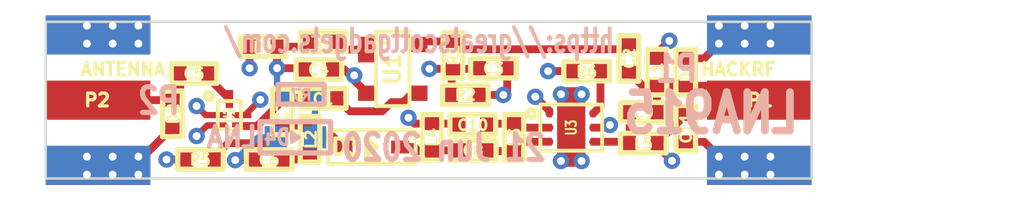
<source format=kicad_pcb>
(kicad_pcb (version 20171130) (host pcbnew 5.1.5)

  (general
    (thickness 1.6)
    (drawings 12)
    (tracks 137)
    (zones 0)
    (modules 32)
    (nets 18)
  )

  (page A4)
  (layers
    (0 C1F signal)
    (1 C2 power)
    (2 C3 power)
    (31 C4B signal)
    (32 B.Adhes user)
    (33 F.Adhes user)
    (34 B.Paste user)
    (35 F.Paste user hide)
    (36 B.SilkS user)
    (37 F.SilkS user)
    (38 B.Mask user)
    (39 F.Mask user hide)
    (41 Cmts.User user)
    (44 Edge.Cuts user)
  )

  (setup
    (last_trace_width 0.3048)
    (user_trace_width 0.2032)
    (user_trace_width 0.24)
    (user_trace_width 0.3048)
    (trace_clearance 0.1524)
    (zone_clearance 0.254)
    (zone_45_only no)
    (trace_min 0.1524)
    (via_size 0.635)
    (via_drill 0.3048)
    (via_min_size 0.4572)
    (via_min_drill 0.254)
    (uvia_size 0.508)
    (uvia_drill 0.127)
    (uvias_allowed no)
    (uvia_min_size 0.4572)
    (uvia_min_drill 0.127)
    (edge_width 0.1)
    (segment_width 0.2)
    (pcb_text_width 0.3)
    (pcb_text_size 1.5 1.5)
    (mod_edge_width 0.15)
    (mod_text_size 1 1)
    (mod_text_width 0.15)
    (pad_size 4.064 1.524)
    (pad_drill 0)
    (pad_to_mask_clearance 0.0762)
    (pad_to_paste_clearance_ratio -0.12)
    (aux_axis_origin 0 0)
    (visible_elements FFFFFF7F)
    (pcbplotparams
      (layerselection 0x00030_80000001)
      (usegerberextensions true)
      (usegerberattributes false)
      (usegerberadvancedattributes false)
      (creategerberjobfile false)
      (excludeedgelayer true)
      (linewidth 0.150000)
      (plotframeref false)
      (viasonmask false)
      (mode 1)
      (useauxorigin false)
      (hpglpennumber 1)
      (hpglpenspeed 20)
      (hpglpendiameter 15.000000)
      (psnegative false)
      (psa4output false)
      (plotreference false)
      (plotvalue false)
      (plotinvisibletext false)
      (padsonsilk false)
      (subtractmaskfromsilk false)
      (outputformat 1)
      (mirror false)
      (drillshape 0)
      (scaleselection 1)
      (outputdirectory "gerbers"))
  )

  (net 0 "")
  (net 1 GND)
  (net 2 VCC)
  (net 3 "Net-(C1-Pad1)")
  (net 4 "Net-(C1-Pad2)")
  (net 5 "Net-(C2-Pad1)")
  (net 6 "Net-(C2-Pad2)")
  (net 7 "Net-(C5-Pad1)")
  (net 8 "Net-(C5-Pad2)")
  (net 9 "Net-(C6-Pad2)")
  (net 10 "Net-(C7-Pad2)")
  (net 11 "Net-(C8-Pad1)")
  (net 12 "Net-(C8-Pad2)")
  (net 13 "Net-(C9-Pad1)")
  (net 14 "Net-(C10-Pad2)")
  (net 15 "Net-(D4-Pad1)")
  (net 16 "Net-(R3-Pad2)")
  (net 17 "Net-(R6-Pad2)")

  (net_class Default "This is the default net class."
    (clearance 0.1524)
    (trace_width 0.1524)
    (via_dia 0.635)
    (via_drill 0.3048)
    (uvia_dia 0.508)
    (uvia_drill 0.127)
    (add_net GND)
    (add_net "Net-(C1-Pad1)")
    (add_net "Net-(C1-Pad2)")
    (add_net "Net-(C10-Pad2)")
    (add_net "Net-(C2-Pad1)")
    (add_net "Net-(C2-Pad2)")
    (add_net "Net-(C5-Pad1)")
    (add_net "Net-(C5-Pad2)")
    (add_net "Net-(C6-Pad2)")
    (add_net "Net-(C7-Pad2)")
    (add_net "Net-(C8-Pad1)")
    (add_net "Net-(C8-Pad2)")
    (add_net "Net-(C9-Pad1)")
    (add_net "Net-(D4-Pad1)")
    (add_net "Net-(R3-Pad2)")
    (add_net "Net-(R6-Pad2)")
    (add_net VCC)
  )

  (module hackrf:GSG-TSLP-7-1 (layer C1F) (tedit 52F6B3C4) (tstamp 52F6BFB0)
    (at 145.4136 101.0698 270)
    (path /52F68792)
    (fp_text reference U3 (at 0 0 90) (layer F.SilkS)
      (effects (font (size 0.39878 0.29972) (thickness 0.07493)))
    )
    (fp_text value LNA (at 0 0 90) (layer F.SilkS) hide
      (effects (font (size 0.39878 0.29972) (thickness 0.0762)))
    )
    (fp_circle (center -0.54958 1.55) (end -0.49878 1.55) (layer F.SilkS) (width 0.2032))
    (fp_line (start -0.9 1.2) (end -0.9 -1.2) (layer F.SilkS) (width 0.15))
    (fp_line (start 0.9 1.2) (end -0.9 1.2) (layer F.SilkS) (width 0.15))
    (fp_line (start 0.9 -1.2) (end 0.9 1.2) (layer F.SilkS) (width 0.15))
    (fp_line (start -0.9 -1.2) (end 0.9 -1.2) (layer F.SilkS) (width 0.15))
    (pad 7 smd rect (at -0.55 0.425 270) (size 0.3 0.2) (layers C1F F.Paste F.Mask)
      (net 1 GND))
    (pad 7 smd rect (at 0 0.425 270) (size 0.3 0.2) (layers C1F F.Paste F.Mask)
      (net 1 GND))
    (pad 7 smd rect (at 0.55 0.425 270) (size 0.3 0.2) (layers C1F F.Paste F.Mask)
      (net 1 GND))
    (pad 7 smd rect (at 0.55 -0.425 270) (size 0.3 0.2) (layers C1F F.Paste F.Mask)
      (net 1 GND))
    (pad 7 smd rect (at 0 -0.425 270) (size 0.3 0.2) (layers C1F F.Paste F.Mask)
      (net 1 GND))
    (pad 7 smd rect (at -0.55 -0.425 270) (size 0.3 0.2) (layers C1F F.Paste F.Mask)
      (net 1 GND))
    (pad 7 smd rect (at 0.55 0 270) (size 0.3 0.2) (layers C1F F.Paste F.Mask)
      (net 1 GND))
    (pad 7 smd rect (at 0 0 270) (size 0.3 0.2) (layers C1F F.Paste F.Mask)
      (net 1 GND))
    (pad 7 smd rect (at -0.55 0 270) (size 0.3 0.2) (layers C1F F.Paste F.Mask)
      (net 1 GND))
    (pad 6 smd rect (at -0.55 -0.85 270) (size 0.3 0.2) (layers C1F F.Paste F.Mask)
      (net 17 "Net-(R6-Pad2)"))
    (pad 5 smd rect (at 0 -0.85 270) (size 0.3 0.2) (layers C1F F.Paste F.Mask)
      (net 2 VCC))
    (pad 4 smd rect (at 0.55 -0.85 270) (size 0.3 0.2) (layers C1F F.Paste F.Mask)
      (net 13 "Net-(C9-Pad1)"))
    (pad 3 smd rect (at 0.55 0.85 270) (size 0.3 0.2) (layers C1F F.Paste F.Mask)
      (net 12 "Net-(C8-Pad2)"))
    (pad 2 smd rect (at 0 0.85 270) (size 0.3 0.2) (layers C1F F.Paste F.Mask)
      (net 14 "Net-(C10-Pad2)"))
    (pad 1 smd rect (at -0.55 0.85 270) (size 0.3 0.2) (layers C1F F.Paste F.Mask)
      (net 2 VCC) (die_length 3.40614))
  )

  (module hackrf:GSG-F5Q (layer C1F) (tedit 52F6AFAA) (tstamp 52F6BFDE)
    (at 132.1346 100.5842 270)
    (path /52F44412)
    (fp_text reference U2 (at 0 0 90) (layer F.SilkS)
      (effects (font (size 0.39878 0.29972) (thickness 0.07493)))
    )
    (fp_text value SAW (at 0 0 90) (layer F.SilkS) hide
      (effects (font (size 0.39878 0.29972) (thickness 0.0762)))
    )
    (fp_circle (center -0.74958 0.8) (end -0.69878 0.8) (layer F.SilkS) (width 0.2032))
    (fp_line (start -0.55 0.45) (end -0.55 -0.45) (layer F.SilkS) (width 0.15))
    (fp_line (start 0.55 0.45) (end -0.55 0.45) (layer F.SilkS) (width 0.15))
    (fp_line (start 0.55 -0.45) (end 0.55 0.45) (layer F.SilkS) (width 0.15))
    (fp_line (start -0.55 -0.45) (end 0.55 -0.45) (layer F.SilkS) (width 0.15))
    (pad 5 smd rect (at 0 -0.48 270) (size 0.24 0.75) (layers C1F F.Paste F.Mask)
      (net 1 GND))
    (pad 2 smd rect (at 0 0.48 270) (size 0.24 0.75) (layers C1F F.Paste F.Mask)
      (net 1 GND) (die_length 3.40614))
    (pad 4 smd rect (at 0.4 -0.48 270) (size 0.24 0.75) (layers C1F F.Paste F.Mask)
      (net 3 "Net-(C1-Pad1)") (die_length -1518.485687))
    (pad 3 smd rect (at 0.4 0.48 270) (size 0.24 0.75) (layers C1F F.Paste F.Mask)
      (net 1 GND) (die_length -1518.485687))
    (pad 1 smd rect (at -0.63 0 270) (size 0.7 0.29) (layers C1F F.Paste F.Mask)
      (net 8 "Net-(C5-Pad2)") (die_length 3.40614))
  )

  (module hackrf:GSG-SOT143 (layer C1F) (tedit 52F6BF63) (tstamp 52F6BF98)
    (at 138.4808 98.7806 270)
    (path /52F68FC4)
    (solder_mask_margin 0.1016)
    (fp_text reference U1 (at 0 0 90) (layer F.SilkS)
      (effects (font (size 0.6096 0.6096) (thickness 0.1524)))
    )
    (fp_text value SWITCH (at 0 0 90) (layer F.SilkS) hide
      (effects (font (size 0.6096 0.6096) (thickness 0.1524)))
    )
    (fp_line (start -1.45 0.65) (end -1.45 -0.65) (layer F.SilkS) (width 0.15))
    (fp_line (start 1.45 0.65) (end -1.45 0.65) (layer F.SilkS) (width 0.15))
    (fp_line (start 1.45 -0.65) (end 1.45 0.65) (layer F.SilkS) (width 0.15))
    (fp_line (start -1.45 -0.65) (end 1.45 -0.65) (layer F.SilkS) (width 0.15))
    (fp_circle (center -1.1 0.3) (end -1.15 0.3) (layer F.SilkS) (width 0.15))
    (pad 4 smd rect (at -0.95 -1 270) (size 0.6 0.7) (layers C1F F.Paste F.Mask)
      (net 5 "Net-(C2-Pad1)"))
    (pad 3 smd rect (at 0.95 -1 270) (size 0.6 0.7) (layers C1F F.Paste F.Mask)
      (net 4 "Net-(C1-Pad2)"))
    (pad 1 smd rect (at -0.75 1 270) (size 1 0.7) (layers C1F F.Paste F.Mask)
      (net 16 "Net-(R3-Pad2)") (die_length 0.08382) (solder_mask_margin 0.1016) (clearance 0.1778))
    (pad 2 smd rect (at 0.95 1 270) (size 0.6 0.7) (layers C1F F.Paste F.Mask)
      (net 1 GND) (die_length 0.04572) (solder_mask_margin 0.1016) (clearance 0.1778))
  )

  (module gsg-modules:0402 (layer C4B) (tedit 4FB6CFE4) (tstamp 5EEF8342)
    (at 134.9248 99.7712)
    (path /52F68CBB)
    (fp_text reference R7 (at 0 0.0288) (layer B.SilkS)
      (effects (font (size 0.4064 0.4064) (thickness 0.1016)) (justify mirror))
    )
    (fp_text value 470 (at 0 -0.0508) (layer B.SilkS) hide
      (effects (font (size 0.4064 0.4064) (thickness 0.1016)) (justify mirror))
    )
    (fp_line (start -0.889 0.381) (end 0.889 0.381) (layer B.SilkS) (width 0.2032))
    (fp_line (start -0.889 -0.381) (end -0.889 0.381) (layer B.SilkS) (width 0.2032))
    (fp_line (start 0.889 -0.381) (end -0.889 -0.381) (layer B.SilkS) (width 0.2032))
    (fp_line (start 0.889 0.381) (end 0.889 -0.381) (layer B.SilkS) (width 0.2032))
    (pad 1 smd rect (at -0.5334 0) (size 0.508 0.5588) (layers C4B B.Paste B.Mask)
      (net 2 VCC))
    (pad 2 smd rect (at 0.5334 0) (size 0.508 0.5588) (layers C4B B.Paste B.Mask)
      (net 15 "Net-(D4-Pad1)"))
  )

  (module gsg-modules:0402 (layer C1F) (tedit 4FB6CFE4) (tstamp 52F6C0D2)
    (at 146.0136 98.8698)
    (path /52F68800)
    (fp_text reference R6 (at 0 0.0302) (layer F.SilkS)
      (effects (font (size 0.4064 0.4064) (thickness 0.1016)))
    )
    (fp_text value 3k (at 0 0.0508) (layer F.SilkS) hide
      (effects (font (size 0.4064 0.4064) (thickness 0.1016)))
    )
    (fp_line (start -0.889 -0.381) (end 0.889 -0.381) (layer F.SilkS) (width 0.2032))
    (fp_line (start -0.889 0.381) (end -0.889 -0.381) (layer F.SilkS) (width 0.2032))
    (fp_line (start 0.889 0.381) (end -0.889 0.381) (layer F.SilkS) (width 0.2032))
    (fp_line (start 0.889 -0.381) (end 0.889 0.381) (layer F.SilkS) (width 0.2032))
    (pad 1 smd rect (at -0.5334 0) (size 0.508 0.5588) (layers C1F F.Paste F.Mask)
      (net 2 VCC))
    (pad 2 smd rect (at 0.5334 0) (size 0.508 0.5588) (layers C1F F.Paste F.Mask)
      (net 17 "Net-(R6-Pad2)"))
  )

  (module gsg-modules:0402 (layer C1F) (tedit 4FB6CFE4) (tstamp 52F6C050)
    (at 131.0132 102.3112)
    (path /52F6A21F)
    (fp_text reference R5 (at -0.0132 0.0138) (layer F.SilkS)
      (effects (font (size 0.4064 0.4064) (thickness 0.1016)))
    )
    (fp_text value 470 (at 0 0.0508) (layer F.SilkS) hide
      (effects (font (size 0.4064 0.4064) (thickness 0.1016)))
    )
    (fp_line (start -0.889 -0.381) (end 0.889 -0.381) (layer F.SilkS) (width 0.2032))
    (fp_line (start -0.889 0.381) (end -0.889 -0.381) (layer F.SilkS) (width 0.2032))
    (fp_line (start 0.889 0.381) (end -0.889 0.381) (layer F.SilkS) (width 0.2032))
    (fp_line (start 0.889 -0.381) (end 0.889 0.381) (layer F.SilkS) (width 0.2032))
    (pad 1 smd rect (at -0.5334 0) (size 0.508 0.5588) (layers C1F F.Paste F.Mask)
      (net 2 VCC))
    (pad 2 smd rect (at 0.5334 0) (size 0.508 0.5588) (layers C1F F.Paste F.Mask)
      (net 9 "Net-(C6-Pad2)"))
  )

  (module gsg-modules:0402 (layer C1F) (tedit 4FB6CFE4) (tstamp 52F6D5E2)
    (at 133.4516 97.917)
    (path /52F69223)
    (fp_text reference R4 (at -0.0016 0.033) (layer F.SilkS)
      (effects (font (size 0.4064 0.4064) (thickness 0.1016)))
    )
    (fp_text value 100k (at 0 0.0508) (layer F.SilkS) hide
      (effects (font (size 0.4064 0.4064) (thickness 0.1016)))
    )
    (fp_line (start -0.889 -0.381) (end 0.889 -0.381) (layer F.SilkS) (width 0.2032))
    (fp_line (start -0.889 0.381) (end -0.889 -0.381) (layer F.SilkS) (width 0.2032))
    (fp_line (start 0.889 0.381) (end -0.889 0.381) (layer F.SilkS) (width 0.2032))
    (fp_line (start 0.889 -0.381) (end 0.889 0.381) (layer F.SilkS) (width 0.2032))
    (pad 1 smd rect (at -0.5334 0) (size 0.508 0.5588) (layers C1F F.Paste F.Mask)
      (net 1 GND))
    (pad 2 smd rect (at 0.5334 0) (size 0.508 0.5588) (layers C1F F.Paste F.Mask)
      (net 2 VCC))
  )

  (module gsg-modules:0402 (layer C1F) (tedit 4FB6CFE4) (tstamp 52F6C08C)
    (at 135.7744 97.7254)
    (path /52F6921D)
    (fp_text reference R3 (at 0 0.0246) (layer F.SilkS)
      (effects (font (size 0.4064 0.4064) (thickness 0.1016)))
    )
    (fp_text value 4k7 (at 0 0.0508) (layer F.SilkS) hide
      (effects (font (size 0.4064 0.4064) (thickness 0.1016)))
    )
    (fp_line (start -0.889 -0.381) (end 0.889 -0.381) (layer F.SilkS) (width 0.2032))
    (fp_line (start -0.889 0.381) (end -0.889 -0.381) (layer F.SilkS) (width 0.2032))
    (fp_line (start 0.889 0.381) (end -0.889 0.381) (layer F.SilkS) (width 0.2032))
    (fp_line (start 0.889 -0.381) (end 0.889 0.381) (layer F.SilkS) (width 0.2032))
    (pad 1 smd rect (at -0.5334 0) (size 0.508 0.5588) (layers C1F F.Paste F.Mask)
      (net 2 VCC))
    (pad 2 smd rect (at 0.5334 0) (size 0.508 0.5588) (layers C1F F.Paste F.Mask)
      (net 16 "Net-(R3-Pad2)"))
  )

  (module gsg-modules:0402 (layer C1F) (tedit 4FB6CFE4) (tstamp 52F6C000)
    (at 141.3002 99.7966 180)
    (path /52F6A598)
    (fp_text reference R2 (at 0.0002 -0.0034) (layer F.SilkS)
      (effects (font (size 0.4064 0.4064) (thickness 0.1016)))
    )
    (fp_text value 100k (at 0 0.0508) (layer F.SilkS) hide
      (effects (font (size 0.4064 0.4064) (thickness 0.1016)))
    )
    (fp_line (start -0.889 -0.381) (end 0.889 -0.381) (layer F.SilkS) (width 0.2032))
    (fp_line (start -0.889 0.381) (end -0.889 -0.381) (layer F.SilkS) (width 0.2032))
    (fp_line (start 0.889 0.381) (end -0.889 0.381) (layer F.SilkS) (width 0.2032))
    (fp_line (start 0.889 -0.381) (end 0.889 0.381) (layer F.SilkS) (width 0.2032))
    (pad 1 smd rect (at -0.5334 0 180) (size 0.508 0.5588) (layers C1F F.Paste F.Mask)
      (net 1 GND))
    (pad 2 smd rect (at 0.5334 0 180) (size 0.508 0.5588) (layers C1F F.Paste F.Mask)
      (net 2 VCC))
  )

  (module gsg-modules:0402 (layer C1F) (tedit 4FB6CFE4) (tstamp 52F6C096)
    (at 140.8176 98.2472 90)
    (path /52F6905B)
    (fp_text reference R1 (at 0 0.0324 90) (layer F.SilkS)
      (effects (font (size 0.4064 0.4064) (thickness 0.1016)))
    )
    (fp_text value 47k (at 0 0.0508 90) (layer F.SilkS) hide
      (effects (font (size 0.4064 0.4064) (thickness 0.1016)))
    )
    (fp_line (start -0.889 -0.381) (end 0.889 -0.381) (layer F.SilkS) (width 0.2032))
    (fp_line (start -0.889 0.381) (end -0.889 -0.381) (layer F.SilkS) (width 0.2032))
    (fp_line (start 0.889 0.381) (end -0.889 0.381) (layer F.SilkS) (width 0.2032))
    (fp_line (start 0.889 -0.381) (end 0.889 0.381) (layer F.SilkS) (width 0.2032))
    (pad 1 smd rect (at -0.5334 0 90) (size 0.508 0.5588) (layers C1F F.Paste F.Mask)
      (net 2 VCC))
    (pad 2 smd rect (at 0.5334 0 90) (size 0.508 0.5588) (layers C1F F.Paste F.Mask)
      (net 5 "Net-(C2-Pad1)"))
  )

  (module gsg-modules:SMA-EDGE (layer C1F) (tedit 534AD186) (tstamp 52F6BFD0)
    (at 125 100)
    (path /52F6A116)
    (fp_text reference P2 (at 1.99898 0) (layer F.SilkS)
      (effects (font (size 0.50038 0.50038) (thickness 0.12446)))
    )
    (fp_text value ANTENNA (at 3 -1.2) (layer F.SilkS)
      (effects (font (size 0.50038 0.50038) (thickness 0.12446)))
    )
    (pad 2 thru_hole circle (at 3.6 2.9) (size 0.762 0.762) (drill 0.3048) (layers *.Cu *.Mask)
      (net 1 GND))
    (pad 2 thru_hole circle (at 2.6 2.9) (size 0.762 0.762) (drill 0.3048) (layers *.Cu *.Mask)
      (net 1 GND))
    (pad 2 thru_hole circle (at 1.6 2.9) (size 0.762 0.762) (drill 0.3048) (layers *.Cu *.Mask)
      (net 1 GND))
    (pad 2 thru_hole circle (at 1.6 2.2) (size 0.762 0.762) (drill 0.3048) (layers *.Cu *.Mask)
      (net 1 GND))
    (pad 2 thru_hole circle (at 2.6 2.2) (size 0.762 0.762) (drill 0.3048) (layers *.Cu *.Mask)
      (net 1 GND))
    (pad 2 thru_hole circle (at 3.6 2.2) (size 0.762 0.762) (drill 0.3048) (layers *.Cu *.Mask)
      (net 1 GND))
    (pad 2 thru_hole circle (at 2.6 -2.9) (size 0.762 0.762) (drill 0.3048) (layers *.Cu *.Mask)
      (net 1 GND))
    (pad 2 thru_hole circle (at 1.6 -2.9) (size 0.762 0.762) (drill 0.3048) (layers *.Cu *.Mask)
      (net 1 GND))
    (pad 2 thru_hole circle (at 1.6 -2.2) (size 0.762 0.762) (drill 0.3048) (layers *.Cu *.Mask)
      (net 1 GND))
    (pad 2 thru_hole circle (at 2.6 -2.2) (size 0.762 0.762) (drill 0.3048) (layers *.Cu *.Mask)
      (net 1 GND))
    (pad 2 thru_hole circle (at 3.6 -2.9) (size 0.762 0.762) (drill 0.3048) (layers *.Cu *.Mask)
      (net 1 GND))
    (pad 2 thru_hole circle (at 3.6 -2.2) (size 0.762 0.762) (drill 0.3048) (layers *.Cu *.Mask)
      (net 1 GND))
    (pad 2 smd rect (at 2.032 2.54) (size 4.064 1.524) (layers C1F F.Mask)
      (net 1 GND))
    (pad 2 smd rect (at 2.032 -2.54) (size 4.064 1.524) (layers C4B B.Mask)
      (net 1 GND))
    (pad 2 smd rect (at 2.032 2.54) (size 4.064 1.524) (layers C4B B.Mask)
      (net 1 GND))
    (pad 2 smd rect (at 2.032 -2.54) (size 4.064 1.524) (layers C1F F.Mask)
      (net 1 GND))
    (pad 1 smd rect (at 2.032 0) (size 4.064 1.524) (layers C1F F.Mask)
      (net 7 "Net-(C5-Pad1)"))
  )

  (module gsg-modules:SMA-EDGE (layer C1F) (tedit 534AD186) (tstamp 52F6BFC7)
    (at 154.75 100 180)
    (path /52F440F7)
    (fp_text reference P1 (at 1.99898 0) (layer F.SilkS)
      (effects (font (size 0.50038 0.50038) (thickness 0.12446)))
    )
    (fp_text value HACKRF (at 2.85 1.2) (layer F.SilkS)
      (effects (font (size 0.50038 0.50038) (thickness 0.12446)))
    )
    (pad 2 thru_hole circle (at 3.6 2.9 180) (size 0.762 0.762) (drill 0.3048) (layers *.Cu *.Mask)
      (net 1 GND))
    (pad 2 thru_hole circle (at 2.6 2.9 180) (size 0.762 0.762) (drill 0.3048) (layers *.Cu *.Mask)
      (net 1 GND))
    (pad 2 thru_hole circle (at 1.6 2.9 180) (size 0.762 0.762) (drill 0.3048) (layers *.Cu *.Mask)
      (net 1 GND))
    (pad 2 thru_hole circle (at 1.6 2.2 180) (size 0.762 0.762) (drill 0.3048) (layers *.Cu *.Mask)
      (net 1 GND))
    (pad 2 thru_hole circle (at 2.6 2.2 180) (size 0.762 0.762) (drill 0.3048) (layers *.Cu *.Mask)
      (net 1 GND))
    (pad 2 thru_hole circle (at 3.6 2.2 180) (size 0.762 0.762) (drill 0.3048) (layers *.Cu *.Mask)
      (net 1 GND))
    (pad 2 thru_hole circle (at 2.6 -2.9 180) (size 0.762 0.762) (drill 0.3048) (layers *.Cu *.Mask)
      (net 1 GND))
    (pad 2 thru_hole circle (at 1.6 -2.9 180) (size 0.762 0.762) (drill 0.3048) (layers *.Cu *.Mask)
      (net 1 GND))
    (pad 2 thru_hole circle (at 1.6 -2.2 180) (size 0.762 0.762) (drill 0.3048) (layers *.Cu *.Mask)
      (net 1 GND))
    (pad 2 thru_hole circle (at 2.6 -2.2 180) (size 0.762 0.762) (drill 0.3048) (layers *.Cu *.Mask)
      (net 1 GND))
    (pad 2 thru_hole circle (at 3.6 -2.9 180) (size 0.762 0.762) (drill 0.3048) (layers *.Cu *.Mask)
      (net 1 GND))
    (pad 2 thru_hole circle (at 3.6 -2.2 180) (size 0.762 0.762) (drill 0.3048) (layers *.Cu *.Mask)
      (net 1 GND))
    (pad 2 smd rect (at 2.032 2.54 180) (size 4.064 1.524) (layers C1F F.Mask)
      (net 1 GND))
    (pad 2 smd rect (at 2.032 -2.54 180) (size 4.064 1.524) (layers C4B B.Mask)
      (net 1 GND))
    (pad 2 smd rect (at 2.032 2.54 180) (size 4.064 1.524) (layers C4B B.Mask)
      (net 1 GND))
    (pad 2 smd rect (at 2.032 -2.54 180) (size 4.064 1.524) (layers C1F F.Mask)
      (net 1 GND))
    (pad 1 smd rect (at 2.032 0 180) (size 4.064 1.524) (layers C1F F.Mask)
      (net 6 "Net-(C2-Pad2)"))
  )

  (module gsg-modules:0402 (layer C1F) (tedit 4FB6CFE4) (tstamp 52F6C0C8)
    (at 148.2136 101.6698 180)
    (path /52F688CD)
    (fp_text reference L5 (at 0 -0.0302) (layer F.SilkS)
      (effects (font (size 0.4064 0.4064) (thickness 0.1016)))
    )
    (fp_text value 39nH (at 0 0.0508) (layer F.SilkS) hide
      (effects (font (size 0.4064 0.4064) (thickness 0.1016)))
    )
    (fp_line (start -0.889 -0.381) (end 0.889 -0.381) (layer F.SilkS) (width 0.2032))
    (fp_line (start -0.889 0.381) (end -0.889 -0.381) (layer F.SilkS) (width 0.2032))
    (fp_line (start 0.889 0.381) (end -0.889 0.381) (layer F.SilkS) (width 0.2032))
    (fp_line (start 0.889 -0.381) (end 0.889 0.381) (layer F.SilkS) (width 0.2032))
    (pad 1 smd rect (at -0.5334 0 180) (size 0.508 0.5588) (layers C1F F.Paste F.Mask)
      (net 2 VCC))
    (pad 2 smd rect (at 0.5334 0 180) (size 0.508 0.5588) (layers C1F F.Paste F.Mask)
      (net 13 "Net-(C9-Pad1)"))
  )

  (module gsg-modules:0402 (layer C1F) (tedit 4FB6CFE4) (tstamp 5EEF80AA)
    (at 140.0048 101.4476 270)
    (path /52F6975B)
    (fp_text reference L4 (at 0 -0.0202 90) (layer F.SilkS)
      (effects (font (size 0.4064 0.4064) (thickness 0.1016)))
    )
    (fp_text value 39nH (at 0 0.0508 90) (layer F.SilkS) hide
      (effects (font (size 0.4064 0.4064) (thickness 0.1016)))
    )
    (fp_line (start -0.889 -0.381) (end 0.889 -0.381) (layer F.SilkS) (width 0.2032))
    (fp_line (start -0.889 0.381) (end -0.889 -0.381) (layer F.SilkS) (width 0.2032))
    (fp_line (start 0.889 0.381) (end -0.889 0.381) (layer F.SilkS) (width 0.2032))
    (fp_line (start 0.889 -0.381) (end 0.889 0.381) (layer F.SilkS) (width 0.2032))
    (pad 1 smd rect (at -0.5334 0 270) (size 0.508 0.5588) (layers C1F F.Paste F.Mask)
      (net 1 GND))
    (pad 2 smd rect (at 0.5334 0 270) (size 0.508 0.5588) (layers C1F F.Paste F.Mask)
      (net 11 "Net-(C8-Pad1)"))
  )

  (module gsg-modules:0402 (layer C1F) (tedit 4FB6CFE4) (tstamp 52F6C0B4)
    (at 143.1898 101.4508 90)
    (path /52F68C24)
    (fp_text reference L3 (at 0.0008 0.0352 90) (layer F.SilkS)
      (effects (font (size 0.4064 0.4064) (thickness 0.1016)))
    )
    (fp_text value 39nH (at 0 0.0508 90) (layer F.SilkS) hide
      (effects (font (size 0.4064 0.4064) (thickness 0.1016)))
    )
    (fp_line (start -0.889 -0.381) (end 0.889 -0.381) (layer F.SilkS) (width 0.2032))
    (fp_line (start -0.889 0.381) (end -0.889 -0.381) (layer F.SilkS) (width 0.2032))
    (fp_line (start 0.889 0.381) (end -0.889 0.381) (layer F.SilkS) (width 0.2032))
    (fp_line (start 0.889 -0.381) (end 0.889 0.381) (layer F.SilkS) (width 0.2032))
    (pad 1 smd rect (at -0.5334 0 90) (size 0.508 0.5588) (layers C1F F.Paste F.Mask)
      (net 12 "Net-(C8-Pad2)"))
    (pad 2 smd rect (at 0.5334 0 90) (size 0.508 0.5588) (layers C1F F.Paste F.Mask)
      (net 14 "Net-(C10-Pad2)"))
  )

  (module gsg-modules:0402 (layer C1F) (tedit 4FB6CFE4) (tstamp 52F6C06E)
    (at 135.2662 101.5254 270)
    (path /52F69884)
    (fp_text reference L2 (at 0 -0.0338 90) (layer F.SilkS)
      (effects (font (size 0.4064 0.4064) (thickness 0.1016)))
    )
    (fp_text value 39nH (at 0 0.0508 90) (layer F.SilkS) hide
      (effects (font (size 0.4064 0.4064) (thickness 0.1016)))
    )
    (fp_line (start -0.889 -0.381) (end 0.889 -0.381) (layer F.SilkS) (width 0.2032))
    (fp_line (start -0.889 0.381) (end -0.889 -0.381) (layer F.SilkS) (width 0.2032))
    (fp_line (start 0.889 0.381) (end -0.889 0.381) (layer F.SilkS) (width 0.2032))
    (fp_line (start 0.889 -0.381) (end 0.889 0.381) (layer F.SilkS) (width 0.2032))
    (pad 1 smd rect (at -0.5334 0 270) (size 0.508 0.5588) (layers C1F F.Paste F.Mask)
      (net 10 "Net-(C7-Pad2)"))
    (pad 2 smd rect (at 0.5334 0 270) (size 0.508 0.5588) (layers C1F F.Paste F.Mask)
      (net 9 "Net-(C6-Pad2)"))
  )

  (module gsg-modules:0402 (layer C1F) (tedit 4FB6CFE4) (tstamp 52F6C0AA)
    (at 148.7424 98.9076 90)
    (path /52F68C64)
    (fp_text reference L1 (at 0.0076 0.0076 90) (layer F.SilkS)
      (effects (font (size 0.4064 0.4064) (thickness 0.1016)))
    )
    (fp_text value 39nH (at 0 0.0508 90) (layer F.SilkS) hide
      (effects (font (size 0.4064 0.4064) (thickness 0.1016)))
    )
    (fp_line (start -0.889 -0.381) (end 0.889 -0.381) (layer F.SilkS) (width 0.2032))
    (fp_line (start -0.889 0.381) (end -0.889 -0.381) (layer F.SilkS) (width 0.2032))
    (fp_line (start 0.889 0.381) (end -0.889 0.381) (layer F.SilkS) (width 0.2032))
    (fp_line (start 0.889 -0.381) (end 0.889 0.381) (layer F.SilkS) (width 0.2032))
    (pad 1 smd rect (at -0.5334 0 90) (size 0.508 0.5588) (layers C1F F.Paste F.Mask)
      (net 6 "Net-(C2-Pad2)"))
    (pad 2 smd rect (at 0.5334 0 90) (size 0.508 0.5588) (layers C1F F.Paste F.Mask)
      (net 2 VCC))
  )

  (module gsg-modules:0603D (layer C4B) (tedit 56030F0A) (tstamp 52F6BFEC)
    (at 134.6962 101.4476 180)
    (path /52F51772)
    (fp_text reference D4 (at 0.7112 0) (layer B.SilkS)
      (effects (font (size 0.6096 0.508) (thickness 0.127)) (justify mirror))
    )
    (fp_text value LNALED (at 0 0) (layer B.SilkS) hide
      (effects (font (size 0.6096 0.6096) (thickness 0.1524)) (justify mirror))
    )
    (fp_line (start 1.3716 -0.6096) (end 1.3716 0.6096) (layer B.SilkS) (width 0.2032))
    (fp_line (start -1.3716 -0.6096) (end 1.3716 -0.6096) (layer B.SilkS) (width 0.2032))
    (fp_line (start -1.3716 0.6096) (end -1.3716 -0.6096) (layer B.SilkS) (width 0.2032))
    (fp_line (start 1.3716 0.6096) (end -1.3716 0.6096) (layer B.SilkS) (width 0.2032))
    (fp_line (start 0.15 -0.2) (end -0.15 0) (layer B.SilkS) (width 0.127))
    (fp_line (start 0.15 0.2) (end 0.15 -0.2) (layer B.SilkS) (width 0.127))
    (fp_line (start -0.15 0) (end 0.15 0.2) (layer B.SilkS) (width 0.127))
    (fp_line (start 0 0) (end 0.07 0) (layer B.SilkS) (width 0.2032))
    (pad 1 smd rect (at -0.762 0 180) (size 0.8636 0.8636) (layers C4B B.Paste B.Mask)
      (net 15 "Net-(D4-Pad1)"))
    (pad 2 smd rect (at 0.762 0 180) (size 0.8636 0.8636) (layers C4B B.Paste B.Mask)
      (net 1 GND))
  )

  (module hackrf:GSG-SOD323 (layer C1F) (tedit 52F6A9EE) (tstamp 52F6BFBE)
    (at 137.6662 101.8254)
    (path /52F440C5)
    (solder_mask_margin 0.1016)
    (fp_text reference D3 (at -0.9662 0) (layer F.SilkS)
      (effects (font (size 0.6096 0.6096) (thickness 0.1524)))
    )
    (fp_text value PIN (at 0 0) (layer F.SilkS) hide
      (effects (font (size 0.6096 0.6096) (thickness 0.1524)))
    )
    (fp_line (start -0.2032 0.3302) (end 0.2032 0) (layer F.SilkS) (width 0.2032))
    (fp_line (start -0.2032 -0.3302) (end -0.2032 0.3302) (layer F.SilkS) (width 0.2032))
    (fp_line (start 0.2032 0) (end -0.2032 -0.3302) (layer F.SilkS) (width 0.2032))
    (fp_line (start -0.0508 0.0762) (end -0.0508 -0.0762) (layer F.SilkS) (width 0.2032))
    (fp_line (start -1.7 0.65) (end -1.7 -0.65) (layer F.SilkS) (width 0.15))
    (fp_line (start 1.7 0.65) (end -1.7 0.65) (layer F.SilkS) (width 0.15))
    (fp_line (start 1.7 -0.65) (end 1.7 0.65) (layer F.SilkS) (width 0.15))
    (fp_line (start -1.7 -0.65) (end 1.7 -0.65) (layer F.SilkS) (width 0.15))
    (pad 1 smd rect (at -1.1 0) (size 0.7 0.5) (layers C1F F.Paste F.Mask)
      (net 10 "Net-(C7-Pad2)") (die_length 0.08382) (solder_mask_margin 0.1016) (clearance 0.1778))
    (pad 2 smd rect (at 1.1 0) (size 0.7 0.5) (layers C1F F.Paste F.Mask)
      (net 11 "Net-(C8-Pad1)") (die_length 0.04572) (solder_mask_margin 0.1016) (clearance 0.1778))
  )

  (module gsg-modules:0402 (layer C1F) (tedit 4FB6CFE4) (tstamp 5EEF83DE)
    (at 129.921 100.5332 90)
    (path /52F69FCE)
    (fp_text reference D2 (at 0 0.029 90) (layer F.SilkS)
      (effects (font (size 0.4064 0.4064) (thickness 0.1016)))
    )
    (fp_text value D_TVS (at 0 0.0508 90) (layer F.SilkS) hide
      (effects (font (size 0.4064 0.4064) (thickness 0.1016)))
    )
    (fp_line (start -0.889 -0.381) (end 0.889 -0.381) (layer F.SilkS) (width 0.2032))
    (fp_line (start -0.889 0.381) (end -0.889 -0.381) (layer F.SilkS) (width 0.2032))
    (fp_line (start 0.889 0.381) (end -0.889 0.381) (layer F.SilkS) (width 0.2032))
    (fp_line (start 0.889 -0.381) (end 0.889 0.381) (layer F.SilkS) (width 0.2032))
    (pad 1 smd rect (at -0.5334 0 90) (size 0.508 0.5588) (layers C1F F.Paste F.Mask)
      (net 1 GND))
    (pad 2 smd rect (at 0.5334 0 90) (size 0.508 0.5588) (layers C1F F.Paste F.Mask)
      (net 7 "Net-(C5-Pad1)"))
  )

  (module gsg-modules:0402 (layer C1F) (tedit 4FB6CFE4) (tstamp 5EEF84DA)
    (at 149.86 98.9076 270)
    (path /52F44107)
    (fp_text reference D1 (at -0.0076 -0.015 90) (layer F.SilkS)
      (effects (font (size 0.4064 0.4064) (thickness 0.1016)))
    )
    (fp_text value D_TVS (at 0 0.0508 90) (layer F.SilkS) hide
      (effects (font (size 0.4064 0.4064) (thickness 0.1016)))
    )
    (fp_line (start -0.889 -0.381) (end 0.889 -0.381) (layer F.SilkS) (width 0.2032))
    (fp_line (start -0.889 0.381) (end -0.889 -0.381) (layer F.SilkS) (width 0.2032))
    (fp_line (start 0.889 0.381) (end -0.889 0.381) (layer F.SilkS) (width 0.2032))
    (fp_line (start 0.889 -0.381) (end 0.889 0.381) (layer F.SilkS) (width 0.2032))
    (pad 1 smd rect (at -0.5334 0 270) (size 0.508 0.5588) (layers C1F F.Paste F.Mask)
      (net 1 GND))
    (pad 2 smd rect (at 0.5334 0 270) (size 0.508 0.5588) (layers C1F F.Paste F.Mask)
      (net 6 "Net-(C2-Pad2)"))
  )

  (module gsg-modules:0402 (layer C1F) (tedit 4FB6CFE4) (tstamp 52F6C03C)
    (at 149.86 101.092 90)
    (path /52F69F2A)
    (fp_text reference C11 (at 0 0.015 90) (layer F.SilkS)
      (effects (font (size 0.4064 0.4064) (thickness 0.1016)))
    )
    (fp_text value 1uF (at 0 0.0508 90) (layer F.SilkS) hide
      (effects (font (size 0.4064 0.4064) (thickness 0.1016)))
    )
    (fp_line (start -0.889 -0.381) (end 0.889 -0.381) (layer F.SilkS) (width 0.2032))
    (fp_line (start -0.889 0.381) (end -0.889 -0.381) (layer F.SilkS) (width 0.2032))
    (fp_line (start 0.889 0.381) (end -0.889 0.381) (layer F.SilkS) (width 0.2032))
    (fp_line (start 0.889 -0.381) (end 0.889 0.381) (layer F.SilkS) (width 0.2032))
    (pad 1 smd rect (at -0.5334 0 90) (size 0.508 0.5588) (layers C1F F.Paste F.Mask)
      (net 1 GND))
    (pad 2 smd rect (at 0.5334 0 90) (size 0.508 0.5588) (layers C1F F.Paste F.Mask)
      (net 2 VCC))
  )

  (module gsg-modules:0402 (layer C1F) (tedit 4FB6CFE4) (tstamp 52F6C0BE)
    (at 141.5898 100.9508)
    (path /52F68A00)
    (fp_text reference C10 (at 0 0.0242) (layer F.SilkS)
      (effects (font (size 0.4064 0.4064) (thickness 0.1016)))
    )
    (fp_text value 1uF (at 0 0.0508) (layer F.SilkS) hide
      (effects (font (size 0.4064 0.4064) (thickness 0.1016)))
    )
    (fp_line (start -0.889 -0.381) (end 0.889 -0.381) (layer F.SilkS) (width 0.2032))
    (fp_line (start -0.889 0.381) (end -0.889 -0.381) (layer F.SilkS) (width 0.2032))
    (fp_line (start 0.889 0.381) (end -0.889 0.381) (layer F.SilkS) (width 0.2032))
    (fp_line (start 0.889 -0.381) (end 0.889 0.381) (layer F.SilkS) (width 0.2032))
    (pad 1 smd rect (at -0.5334 0) (size 0.508 0.5588) (layers C1F F.Paste F.Mask)
      (net 1 GND))
    (pad 2 smd rect (at 0.5334 0) (size 0.508 0.5588) (layers C1F F.Paste F.Mask)
      (net 14 "Net-(C10-Pad2)"))
  )

  (module gsg-modules:0402 (layer C1F) (tedit 4FB6CFE4) (tstamp 52F6C01E)
    (at 148.2136 100.4698)
    (path /52F69EBA)
    (fp_text reference C9 (at 0 0.0302) (layer F.SilkS)
      (effects (font (size 0.4064 0.4064) (thickness 0.1016)))
    )
    (fp_text value 100pF (at 0 0.0508) (layer F.SilkS) hide
      (effects (font (size 0.4064 0.4064) (thickness 0.1016)))
    )
    (fp_line (start -0.889 -0.381) (end 0.889 -0.381) (layer F.SilkS) (width 0.2032))
    (fp_line (start -0.889 0.381) (end -0.889 -0.381) (layer F.SilkS) (width 0.2032))
    (fp_line (start 0.889 0.381) (end -0.889 0.381) (layer F.SilkS) (width 0.2032))
    (fp_line (start 0.889 -0.381) (end 0.889 0.381) (layer F.SilkS) (width 0.2032))
    (pad 1 smd rect (at -0.5334 0) (size 0.508 0.5588) (layers C1F F.Paste F.Mask)
      (net 13 "Net-(C9-Pad1)"))
    (pad 2 smd rect (at 0.5334 0) (size 0.508 0.5588) (layers C1F F.Paste F.Mask)
      (net 6 "Net-(C2-Pad2)"))
  )

  (module gsg-modules:0402 (layer C1F) (tedit 4FB6CFE4) (tstamp 52F6C014)
    (at 141.605 101.9556)
    (path /52F69EB1)
    (fp_text reference C8 (at -0.005 0.0194) (layer F.SilkS)
      (effects (font (size 0.4064 0.4064) (thickness 0.1016)))
    )
    (fp_text value 100pF (at 0 0.0508) (layer F.SilkS) hide
      (effects (font (size 0.4064 0.4064) (thickness 0.1016)))
    )
    (fp_line (start -0.889 -0.381) (end 0.889 -0.381) (layer F.SilkS) (width 0.2032))
    (fp_line (start -0.889 0.381) (end -0.889 -0.381) (layer F.SilkS) (width 0.2032))
    (fp_line (start 0.889 0.381) (end -0.889 0.381) (layer F.SilkS) (width 0.2032))
    (fp_line (start 0.889 -0.381) (end 0.889 0.381) (layer F.SilkS) (width 0.2032))
    (pad 1 smd rect (at -0.5334 0) (size 0.508 0.5588) (layers C1F F.Paste F.Mask)
      (net 11 "Net-(C8-Pad1)"))
    (pad 2 smd rect (at 0.5334 0) (size 0.508 0.5588) (layers C1F F.Paste F.Mask)
      (net 12 "Net-(C8-Pad2)"))
  )

  (module gsg-modules:0402 (layer C1F) (tedit 4FB6CFE4) (tstamp 52F6C00A)
    (at 134.1882 100.457 270)
    (path /52F69E98)
    (fp_text reference C7 (at 0 -0.0118 90) (layer F.SilkS)
      (effects (font (size 0.4064 0.4064) (thickness 0.1016)))
    )
    (fp_text value 100pF (at 0 0.0508 90) (layer F.SilkS) hide
      (effects (font (size 0.4064 0.4064) (thickness 0.1016)))
    )
    (fp_line (start -0.889 -0.381) (end 0.889 -0.381) (layer F.SilkS) (width 0.2032))
    (fp_line (start -0.889 0.381) (end -0.889 -0.381) (layer F.SilkS) (width 0.2032))
    (fp_line (start 0.889 0.381) (end -0.889 0.381) (layer F.SilkS) (width 0.2032))
    (fp_line (start 0.889 -0.381) (end 0.889 0.381) (layer F.SilkS) (width 0.2032))
    (pad 1 smd rect (at -0.5334 0 270) (size 0.508 0.5588) (layers C1F F.Paste F.Mask)
      (net 3 "Net-(C1-Pad1)"))
    (pad 2 smd rect (at 0.5334 0 270) (size 0.508 0.5588) (layers C1F F.Paste F.Mask)
      (net 10 "Net-(C7-Pad2)"))
  )

  (module gsg-modules:0402 (layer C1F) (tedit 4FB6CFE4) (tstamp 5EEF83B0)
    (at 133.6802 102.3112)
    (path /52F69BA3)
    (fp_text reference C6 (at -0.0052 0.0138) (layer F.SilkS)
      (effects (font (size 0.4064 0.4064) (thickness 0.1016)))
    )
    (fp_text value 1nF (at 0 0.0508) (layer F.SilkS) hide
      (effects (font (size 0.4064 0.4064) (thickness 0.1016)))
    )
    (fp_line (start -0.889 -0.381) (end 0.889 -0.381) (layer F.SilkS) (width 0.2032))
    (fp_line (start -0.889 0.381) (end -0.889 -0.381) (layer F.SilkS) (width 0.2032))
    (fp_line (start 0.889 0.381) (end -0.889 0.381) (layer F.SilkS) (width 0.2032))
    (fp_line (start 0.889 -0.381) (end 0.889 0.381) (layer F.SilkS) (width 0.2032))
    (pad 1 smd rect (at -0.5334 0) (size 0.508 0.5588) (layers C1F F.Paste F.Mask)
      (net 1 GND))
    (pad 2 smd rect (at 0.5334 0) (size 0.508 0.5588) (layers C1F F.Paste F.Mask)
      (net 9 "Net-(C6-Pad2)"))
  )

  (module gsg-modules:0402 (layer C1F) (tedit 4FB6CFE4) (tstamp 52F6C0DC)
    (at 130.7592 98.9584)
    (path /52F44170)
    (fp_text reference C5 (at 0 0.0166) (layer F.SilkS)
      (effects (font (size 0.4064 0.4064) (thickness 0.1016)))
    )
    (fp_text value 100pF (at 0 0.0508) (layer F.SilkS) hide
      (effects (font (size 0.4064 0.4064) (thickness 0.1016)))
    )
    (fp_line (start -0.889 -0.381) (end 0.889 -0.381) (layer F.SilkS) (width 0.2032))
    (fp_line (start -0.889 0.381) (end -0.889 -0.381) (layer F.SilkS) (width 0.2032))
    (fp_line (start 0.889 0.381) (end -0.889 0.381) (layer F.SilkS) (width 0.2032))
    (fp_line (start 0.889 -0.381) (end 0.889 0.381) (layer F.SilkS) (width 0.2032))
    (pad 1 smd rect (at -0.5334 0) (size 0.508 0.5588) (layers C1F F.Paste F.Mask)
      (net 7 "Net-(C5-Pad1)"))
    (pad 2 smd rect (at 0.5334 0) (size 0.508 0.5588) (layers C1F F.Paste F.Mask)
      (net 8 "Net-(C5-Pad2)"))
  )

  (module gsg-modules:0402 (layer C1F) (tedit 4FB6CFE4) (tstamp 5EEF85B3)
    (at 135.6106 98.806 180)
    (path /52F6A3F1)
    (fp_text reference C4 (at 0.0106 -0.019) (layer F.SilkS)
      (effects (font (size 0.4064 0.4064) (thickness 0.1016)))
    )
    (fp_text value 1nF (at 0 0.0508) (layer F.SilkS) hide
      (effects (font (size 0.4064 0.4064) (thickness 0.1016)))
    )
    (fp_line (start -0.889 -0.381) (end 0.889 -0.381) (layer F.SilkS) (width 0.2032))
    (fp_line (start -0.889 0.381) (end -0.889 -0.381) (layer F.SilkS) (width 0.2032))
    (fp_line (start 0.889 0.381) (end -0.889 0.381) (layer F.SilkS) (width 0.2032))
    (fp_line (start 0.889 -0.381) (end 0.889 0.381) (layer F.SilkS) (width 0.2032))
    (pad 1 smd rect (at -0.5334 0 180) (size 0.508 0.5588) (layers C1F F.Paste F.Mask)
      (net 1 GND))
    (pad 2 smd rect (at 0.5334 0 180) (size 0.508 0.5588) (layers C1F F.Paste F.Mask)
      (net 2 VCC))
  )

  (module gsg-modules:0402 (layer C1F) (tedit 4FB6CFE4) (tstamp 5EEF840C)
    (at 142.3924 98.7552 180)
    (path /52F6A40A)
    (fp_text reference C3 (at 0 -0.0198) (layer F.SilkS)
      (effects (font (size 0.4064 0.4064) (thickness 0.1016)))
    )
    (fp_text value 1nF (at 0 0.0508) (layer F.SilkS) hide
      (effects (font (size 0.4064 0.4064) (thickness 0.1016)))
    )
    (fp_line (start -0.889 -0.381) (end 0.889 -0.381) (layer F.SilkS) (width 0.2032))
    (fp_line (start -0.889 0.381) (end -0.889 -0.381) (layer F.SilkS) (width 0.2032))
    (fp_line (start 0.889 0.381) (end -0.889 0.381) (layer F.SilkS) (width 0.2032))
    (fp_line (start 0.889 -0.381) (end 0.889 0.381) (layer F.SilkS) (width 0.2032))
    (pad 1 smd rect (at -0.5334 0 180) (size 0.508 0.5588) (layers C1F F.Paste F.Mask)
      (net 1 GND))
    (pad 2 smd rect (at 0.5334 0 180) (size 0.508 0.5588) (layers C1F F.Paste F.Mask)
      (net 2 VCC))
  )

  (module gsg-modules:0402 (layer C1F) (tedit 4FB6CFE4) (tstamp 52F6C028)
    (at 147.6502 98.3742 270)
    (path /52F69EC3)
    (fp_text reference C2 (at 0 -0.0248 90) (layer F.SilkS)
      (effects (font (size 0.4064 0.4064) (thickness 0.1016)))
    )
    (fp_text value 100pF (at 0 0.0508 90) (layer F.SilkS) hide
      (effects (font (size 0.4064 0.4064) (thickness 0.1016)))
    )
    (fp_line (start -0.889 -0.381) (end 0.889 -0.381) (layer F.SilkS) (width 0.2032))
    (fp_line (start -0.889 0.381) (end -0.889 -0.381) (layer F.SilkS) (width 0.2032))
    (fp_line (start 0.889 0.381) (end -0.889 0.381) (layer F.SilkS) (width 0.2032))
    (fp_line (start 0.889 -0.381) (end 0.889 0.381) (layer F.SilkS) (width 0.2032))
    (pad 1 smd rect (at -0.5334 0 270) (size 0.508 0.5588) (layers C1F F.Paste F.Mask)
      (net 5 "Net-(C2-Pad1)"))
    (pad 2 smd rect (at 0.5334 0 270) (size 0.508 0.5588) (layers C1F F.Paste F.Mask)
      (net 6 "Net-(C2-Pad2)"))
  )

  (module gsg-modules:0402 (layer C1F) (tedit 4FB6CFE4) (tstamp 52F6C032)
    (at 135.7744 99.9254)
    (path /52F69ECC)
    (fp_text reference C1 (at 0 0.0246) (layer F.SilkS)
      (effects (font (size 0.4064 0.4064) (thickness 0.1016)))
    )
    (fp_text value 100pF (at 0 0.0508) (layer F.SilkS) hide
      (effects (font (size 0.4064 0.4064) (thickness 0.1016)))
    )
    (fp_line (start -0.889 -0.381) (end 0.889 -0.381) (layer F.SilkS) (width 0.2032))
    (fp_line (start -0.889 0.381) (end -0.889 -0.381) (layer F.SilkS) (width 0.2032))
    (fp_line (start 0.889 0.381) (end -0.889 0.381) (layer F.SilkS) (width 0.2032))
    (fp_line (start 0.889 -0.381) (end 0.889 0.381) (layer F.SilkS) (width 0.2032))
    (pad 1 smd rect (at -0.5334 0) (size 0.508 0.5588) (layers C1F F.Paste F.Mask)
      (net 3 "Net-(C1-Pad1)"))
    (pad 2 smd rect (at 0.5334 0) (size 0.508 0.5588) (layers C1F F.Paste F.Mask)
      (net 4 "Net-(C1-Pad2)"))
  )

  (gr_text P2 (at 129.3876 100.0252) (layer B.SilkS)
    (effects (font (size 1 0.8) (thickness 0.2)) (justify mirror))
  )
  (gr_text P1 (at 149.5044 98.7806) (layer B.SilkS)
    (effects (font (size 1 0.8) (thickness 0.2)) (justify mirror))
  )
  (gr_text https://greatscottgadgets.com/ (at 139.4968 97.6884) (layer B.SilkS)
    (effects (font (size 0.9 0.62) (thickness 0.15)) (justify mirror))
  )
  (gr_text "21 Jun 2020" (at 140.462 101.854) (layer B.SilkS)
    (effects (font (size 1 0.8) (thickness 0.2)) (justify mirror))
  )
  (gr_text LNA (at 132.2324 101.4476) (layer B.SilkS)
    (effects (font (size 0.8 0.7) (thickness 0.175)) (justify mirror))
  )
  (gr_text LNA915 (at 150.8506 100.5078) (layer B.SilkS)
    (effects (font (size 1.5 1.2) (thickness 0.3)) (justify mirror))
  )
  (gr_line (start 123.3236 97.3754) (end 161.3236 97.3754) (angle 90) (layer Cmts.User) (width 0.2) (tstamp 5EEF81C9))
  (gr_line (start 123.3236 102.6754) (end 161.3236 102.6754) (angle 90) (layer Cmts.User) (width 0.2))
  (gr_line (start 154.75 96.95) (end 125 96.95) (angle 90) (layer Edge.Cuts) (width 0.1))
  (gr_line (start 154.75 103.05) (end 154.75 96.95) (angle 90) (layer Edge.Cuts) (width 0.1))
  (gr_line (start 125 103.05) (end 154.75 103.05) (angle 90) (layer Edge.Cuts) (width 0.1))
  (gr_line (start 125 96.95) (end 125 103.05) (angle 90) (layer Edge.Cuts) (width 0.1) (tstamp 5EEF80E8))

  (segment (start 136.9822 99.0092) (end 136.9822 99.0346) (width 0.3048) (layer C1F) (net 1) (tstamp 569376D3))
  (segment (start 136.9822 99.0346) (end 136.9822 99.0092) (width 0.3048) (layer C1F) (net 1) (tstamp 569376D1))
  (segment (start 136.8298 99.0346) (end 136.9822 99.0346) (width 0.3048) (layer C1F) (net 1) (tstamp 569376CF))
  (segment (start 136.6012 98.806) (end 136.8298 99.0346) (width 0.3048) (layer C1F) (net 1) (tstamp 569376C7))
  (segment (start 136.144 98.806) (end 136.6012 98.806) (width 0.3048) (layer C1F) (net 1))
  (via (at 136.9822 99.0346) (size 0.635) (drill 0.3048) (layers C1F C4B) (net 1))
  (segment (start 136.9822 99.232) (end 136.9822 99.0346) (width 0.3048) (layer C1F) (net 1) (tstamp 56937692))
  (segment (start 137.4808 99.7306) (end 136.9822 99.232) (width 0.3048) (layer C1F) (net 1))
  (segment (start 142.9258 98.7552) (end 142.9258 99.6442) (width 0.3048) (layer C1F) (net 1))
  (via (at 142.7734 99.7966) (size 0.635) (drill 0.3048) (layers C1F C4B) (net 1))
  (segment (start 142.7734 99.7966) (end 141.8336 99.7966) (width 0.3048) (layer C1F) (net 1))
  (segment (start 142.9258 99.6442) (end 142.7734 99.7966) (width 0.3048) (layer C1F) (net 1) (tstamp 56937320))
  (segment (start 133.9342 101.4476) (end 133.2484 101.4476) (width 0.24) (layer C4B) (net 1))
  (via (at 132.3594 102.3366) (size 0.635) (drill 0.3048) (layers C1F C4B) (net 1))
  (segment (start 132.3594 102.3366) (end 133.1214 102.3366) (width 0.3048) (layer C1F) (net 1) (tstamp 56937057))
  (segment (start 133.2484 101.4476) (end 132.3594 102.3366) (width 0.24) (layer C4B) (net 1) (tstamp 5693728C))
  (segment (start 131.6546 100.9842) (end 131.2734 100.9842) (width 0.24) (layer C1F) (net 1))
  (via (at 130.8608 101.3968) (size 0.635) (drill 0.3048) (layers C1F C4B) (net 1))
  (segment (start 131.2734 100.9842) (end 130.8608 101.3968) (width 0.24) (layer C1F) (net 1) (tstamp 56937205))
  (segment (start 131.6546 100.5842) (end 131.2166 100.5842) (width 0.24) (layer C1F) (net 1))
  (via (at 130.8608 100.2284) (size 0.635) (drill 0.3048) (layers C1F C4B) (net 1))
  (segment (start 131.2166 100.5842) (end 130.8608 100.2284) (width 0.24) (layer C1F) (net 1) (tstamp 569371FC))
  (segment (start 132.9182 97.917) (end 132.9182 98.7552) (width 0.3048) (layer C1F) (net 1))
  (via (at 132.9182 98.7552) (size 0.635) (drill 0.3048) (layers C1F C4B) (net 1))
  (segment (start 133.1468 102.3112) (end 133.1214 102.3366) (width 0.3048) (layer C1F) (net 1))
  (segment (start 140.0048 100.9142) (end 139.319 100.9142) (width 0.3048) (layer C1F) (net 1))
  (segment (start 139.319 100.9142) (end 139.0904 100.6856) (width 0.3048) (layer C1F) (net 1) (tstamp 56936B80))
  (via (at 139.0904 100.6856) (size 0.635) (drill 0.3048) (layers C1F C4B) (net 1))
  (segment (start 141.0564 100.9508) (end 141.0198 100.9142) (width 0.3048) (layer C1F) (net 1))
  (segment (start 141.0198 100.9142) (end 140.0048 100.9142) (width 0.3048) (layer C1F) (net 1) (tstamp 56936FE0))
  (segment (start 144.9886 99.7948) (end 145.0136 99.7698) (width 0.2032) (layer C1F) (net 1) (tstamp 52F6DAF0))
  (via (at 145.0136 99.7698) (size 0.635) (layers C1F C4B) (net 1))
  (segment (start 144.9886 100.5198) (end 144.9886 99.7948) (width 0.2032) (layer C1F) (net 1))
  (segment (start 144.9886 102.3448) (end 145.0136 102.3698) (width 0.2032) (layer C1F) (net 1) (tstamp 52F6DB06))
  (via (at 145.0136 102.3698) (size 0.635) (layers C1F C4B) (net 1))
  (segment (start 144.9886 101.6198) (end 144.9886 102.3448) (width 0.2032) (layer C1F) (net 1))
  (segment (start 132.6146 100.5842) (end 132.7346 100.5842) (width 0.24) (layer C1F) (net 1))
  (segment (start 132.7346 100.5842) (end 133.3346 99.9842) (width 0.24) (layer C1F) (net 1) (tstamp 52F6DD1C))
  (via (at 133.3346 99.9842) (size 0.635) (layers C1F C4B) (net 1))
  (segment (start 145.8386 99.7948) (end 145.8136 99.7698) (width 0.2032) (layer C1F) (net 1) (tstamp 52F6DAE8))
  (via (at 145.8136 99.7698) (size 0.635) (layers C1F C4B) (net 1))
  (segment (start 145.8386 100.5198) (end 145.8386 99.7948) (width 0.2032) (layer C1F) (net 1))
  (segment (start 145.8386 102.3448) (end 145.8136 102.3698) (width 0.2032) (layer C1F) (net 1) (tstamp 52F6DAFE))
  (via (at 145.8136 102.3698) (size 0.635) (layers C1F C4B) (net 1))
  (segment (start 145.8386 101.6198) (end 145.8386 102.3448) (width 0.2032) (layer C1F) (net 1))
  (segment (start 128.7876 102.2) (end 127.6 102.2) (width 0.3048) (layer C1F) (net 1))
  (segment (start 129.921 101.0666) (end 128.7876 102.2) (width 0.3048) (layer C1F) (net 1))
  (segment (start 150.5758 98.3742) (end 151.15 97.8) (width 0.3048) (layer C1F) (net 1))
  (segment (start 149.86 98.3742) (end 150.5758 98.3742) (width 0.3048) (layer C1F) (net 1))
  (segment (start 150.5754 101.6254) (end 151.15 102.2) (width 0.3048) (layer C1F) (net 1))
  (segment (start 149.86 101.6254) (end 150.5754 101.6254) (width 0.3048) (layer C1F) (net 1))
  (segment (start 133.985 98.7552) (end 135.0264 98.7552) (width 0.3048) (layer C1F) (net 2))
  (segment (start 133.985 98.7552) (end 133.985 99.3648) (width 0.24) (layer C4B) (net 2))
  (via (at 133.985 98.7552) (size 0.635) (drill 0.3048) (layers C1F C4B) (net 2))
  (segment (start 133.985 97.917) (end 133.985 98.7552) (width 0.3048) (layer C1F) (net 2))
  (segment (start 133.985 99.3648) (end 134.3914 99.7712) (width 0.24) (layer C4B) (net 2) (tstamp 5693729C))
  (segment (start 133.985 97.917) (end 135.0494 97.917) (width 0.3048) (layer C1F) (net 2))
  (segment (start 135.0494 97.917) (end 135.241 97.7254) (width 0.3048) (layer C1F) (net 2) (tstamp 56937134))
  (segment (start 130.4798 102.3112) (end 129.6924 102.3112) (width 0.3048) (layer C1F) (net 2))
  (via (at 129.6924 102.3112) (size 0.635) (drill 0.3048) (layers C1F C4B) (net 2))
  (segment (start 140.8176 98.7806) (end 141.8336 98.7806) (width 0.3048) (layer C1F) (net 2))
  (segment (start 140.7668 99.7966) (end 140.7668 98.8314) (width 0.3048) (layer C1F) (net 2))
  (segment (start 140.8176 98.7806) (end 139.9032 98.7806) (width 0.3048) (layer C1F) (net 2))
  (via (at 139.9032 98.7806) (size 0.635) (drill 0.3048) (layers C1F C4B) (net 2))
  (segment (start 148.7424 98.3742) (end 148.7424 98.171) (width 0.3048) (layer C1F) (net 2))
  (segment (start 148.7424 98.171) (end 149.225 97.6884) (width 0.3048) (layer C1F) (net 2) (tstamp 56936AA8))
  (via (at 149.225 97.6884) (size 0.635) (drill 0.3048) (layers C1F C4B) (net 2))
  (segment (start 148.747 101.6698) (end 149.8582 100.5586) (width 0.3048) (layer C1F) (net 2))
  (via (at 149.3266 102.362) (size 0.635) (drill 0.3048) (layers C1F C4B) (net 2))
  (segment (start 146.8136 101.0698) (end 146.9136 100.9698) (width 0.3048) (layer C1F) (net 2) (tstamp 52F6DFA2))
  (via (at 146.9136 100.9698) (size 0.635) (layers C1F C4B) (net 2))
  (segment (start 146.2636 101.0698) (end 146.8136 101.0698) (width 0.3048) (layer C1F) (net 2))
  (segment (start 144.5636 100.4198) (end 144.0136 99.8698) (width 0.3048) (layer C1F) (net 2) (tstamp 52F6DFAF))
  (via (at 144.0136 99.8698) (size 0.635) (layers C1F C4B) (net 2))
  (segment (start 144.5636 100.5198) (end 144.5636 100.4198) (width 0.3048) (layer C1F) (net 2))
  (segment (start 148.747 101.7824) (end 149.3266 102.362) (width 0.3048) (layer C1F) (net 2) (tstamp 56936586))
  (segment (start 148.747 101.6698) (end 148.747 101.7824) (width 0.3048) (layer C1F) (net 2))
  (via (at 144.5136 98.8698) (size 0.635) (layers C1F C4B) (net 2))
  (segment (start 145.4802 98.8698) (end 144.5136 98.8698) (width 0.3048) (layer C1F) (net 2))
  (segment (start 134.1882 99.9236) (end 135.2392 99.9236) (width 0.3048) (layer C1F) (net 3))
  (segment (start 134.1882 99.9236) (end 134.1882 100.0252) (width 0.3048) (layer C1F) (net 3))
  (segment (start 134.1882 100.0252) (end 133.204398 101.009002) (width 0.3048) (layer C1F) (net 3) (tstamp 56937159))
  (segment (start 133.204398 101.009002) (end 132.6146 101.009002) (width 0.3048) (layer C1F) (net 3) (tstamp 56937160))
  (segment (start 139.4808 99.7306) (end 139.2326 99.7306) (width 0.3048) (layer C1F) (net 4))
  (segment (start 139.2326 99.7306) (end 138.8872 100.076) (width 0.3048) (layer C1F) (net 4) (tstamp 56937642))
  (segment (start 138.8872 100.076) (end 138.43 100.076) (width 0.3048) (layer C1F) (net 4) (tstamp 5693764D))
  (segment (start 138.43 100.076) (end 138.0744 100.4316) (width 0.3048) (layer C1F) (net 4) (tstamp 56937650))
  (segment (start 138.0744 100.4316) (end 136.814 100.4316) (width 0.3048) (layer C1F) (net 4) (tstamp 56937658))
  (segment (start 136.814 100.4316) (end 136.3078 99.9254) (width 0.3048) (layer C1F) (net 4) (tstamp 5693765C))
  (segment (start 147.4724 98.0186) (end 147.6502 97.8408) (width 0.3048) (layer C1F) (net 5) (tstamp 5693750C))
  (segment (start 140.8176 97.7138) (end 141.1224 98.0186) (width 0.3048) (layer C1F) (net 5))
  (segment (start 141.1224 98.0186) (end 147.4724 98.0186) (width 0.3048) (layer C1F) (net 5) (tstamp 56937500))
  (segment (start 140.8176 97.7138) (end 139.5976 97.7138) (width 0.3048) (layer C1F) (net 5))
  (segment (start 139.5976 97.7138) (end 139.4808 97.8306) (width 0.3048) (layer C1F) (net 5) (tstamp 56936B41))
  (segment (start 149.86 99.441) (end 152.1724 99.441) (width 0.3048) (layer C1F) (net 6))
  (segment (start 152.909 99.441) (end 153.468 100) (width 0.3048) (layer C1F) (net 6) (tstamp 56936A95))
  (segment (start 148.7424 99.441) (end 148.1836 99.441) (width 0.3048) (layer C1F) (net 6))
  (segment (start 148.1836 99.441) (end 147.6502 98.9076) (width 0.3048) (layer C1F) (net 6) (tstamp 56936A89))
  (segment (start 149.86 99.441) (end 148.7424 99.441) (width 0.3048) (layer C1F) (net 6))
  (segment (start 148.747 100.4698) (end 148.7424 100.4652) (width 0.3048) (layer C1F) (net 6))
  (segment (start 148.7424 100.4652) (end 148.7424 99.441) (width 0.3048) (layer C1F) (net 6) (tstamp 56936A7A))
  (segment (start 130.2258 99.695) (end 130.2258 98.9584) (width 0.3048) (layer C1F) (net 7) (tstamp 56936D89))
  (segment (start 129.921 99.9998) (end 130.2258 99.695) (width 0.3048) (layer C1F) (net 7))
  (segment (start 129.921 99.9998) (end 127.0322 99.9998) (width 0.3048) (layer C1F) (net 7))
  (segment (start 131.2926 98.9584) (end 131.2926 99.1122) (width 0.3048) (layer C1F) (net 8))
  (segment (start 131.2926 99.1122) (end 132.1346 99.9542) (width 0.3048) (layer C1F) (net 8) (tstamp 56936D7D))
  (segment (start 131.5466 102.2096) (end 131.5466 102.3112) (width 0.3048) (layer C1F) (net 9) (tstamp 5693708B))
  (segment (start 134.2136 102.3112) (end 133.5786 101.6762) (width 0.3048) (layer C1F) (net 9))
  (segment (start 132.08 101.6762) (end 131.5466 102.2096) (width 0.3048) (layer C1F) (net 9) (tstamp 56937086))
  (segment (start 133.5786 101.6762) (end 132.08 101.6762) (width 0.3048) (layer C1F) (net 9) (tstamp 5693707F))
  (segment (start 135.2662 102.0588) (end 135.0138 102.3112) (width 0.3048) (layer C1F) (net 9))
  (segment (start 135.0138 102.3112) (end 134.2136 102.3112) (width 0.3048) (layer C1F) (net 9) (tstamp 56937078))
  (segment (start 135.2662 100.992) (end 134.1898 100.992) (width 0.3048) (layer C1F) (net 10))
  (segment (start 135.2662 100.992) (end 135.6964 101.4222) (width 0.3048) (layer C1F) (net 10))
  (segment (start 136.163 101.4222) (end 136.5662 101.8254) (width 0.3048) (layer C1F) (net 10) (tstamp 56936C7D))
  (segment (start 135.6964 101.4222) (end 136.163 101.4222) (width 0.3048) (layer C1F) (net 10) (tstamp 56936C78))
  (segment (start 138.7662 101.8254) (end 139.3158 101.8254) (width 0.3048) (layer C1F) (net 11))
  (segment (start 139.4714 101.981) (end 140.0048 101.981) (width 0.3048) (layer C1F) (net 11) (tstamp 56936C0D))
  (segment (start 139.3158 101.8254) (end 139.4714 101.981) (width 0.3048) (layer C1F) (net 11) (tstamp 56936C04))
  (segment (start 140.0048 101.981) (end 140.0302 101.9556) (width 0.3048) (layer C1F) (net 11) (tstamp 56936C0F))
  (segment (start 140.0302 101.9556) (end 140.0048 101.981) (width 0.3048) (layer C1F) (net 11) (tstamp 56936C11))
  (segment (start 141.0716 101.9556) (end 140.0302 101.9556) (width 0.3048) (layer C1F) (net 11))
  (segment (start 143.1898 101.9842) (end 142.167 101.9842) (width 0.3048) (layer C1F) (net 12))
  (segment (start 144.5636 101.6198) (end 143.5542 101.6198) (width 0.3048) (layer C1F) (net 12))
  (segment (start 143.5542 101.6198) (end 143.1898 101.9842) (width 0.3048) (layer C1F) (net 12) (tstamp 56936BD6))
  (segment (start 147.6802 100.4698) (end 147.6802 101.6698) (width 0.3048) (layer C1F) (net 13))
  (segment (start 147.6302 101.6198) (end 146.2636 101.6198) (width 0.3048) (layer C1F) (net 13) (tstamp 52F6DF54))
  (segment (start 147.6802 101.6698) (end 147.6302 101.6198) (width 0.3048) (layer C1F) (net 13))
  (segment (start 144.5636 101.0698) (end 143.3422 101.0698) (width 0.3048) (layer C1F) (net 14))
  (segment (start 143.3422 101.0698) (end 143.1898 100.9174) (width 0.3048) (layer C1F) (net 14) (tstamp 56936BD0))
  (segment (start 142.1566 100.9174) (end 142.1232 100.9508) (width 0.3048) (layer C1F) (net 14) (tstamp 52F6DF9A))
  (segment (start 143.1898 100.9174) (end 142.1566 100.9174) (width 0.3048) (layer C1F) (net 14))
  (segment (start 135.4582 99.7712) (end 135.4582 101.4476) (width 0.24) (layer C4B) (net 15))
  (segment (start 137.4808 98.0306) (end 136.613 98.0306) (width 0.3048) (layer C1F) (net 16))
  (segment (start 136.613 98.0306) (end 136.3078 97.7254) (width 0.3048) (layer C1F) (net 16) (tstamp 56936D2F))
  (segment (start 146.547 100.2364) (end 146.547 98.8698) (width 0.3048) (layer C1F) (net 17) (tstamp 52F6DF78))
  (segment (start 146.2636 100.5198) (end 146.547 100.2364) (width 0.3048) (layer C1F) (net 17))

  (zone (net 1) (net_name GND) (layer C1F) (tstamp 52F6DB55) (hatch edge 0.508)
    (connect_pads yes (clearance 0.1524))
    (min_thickness 0.254)
    (fill yes (arc_segments 16) (thermal_gap 0.3048) (thermal_bridge_width 0.3302))
    (polygon
      (pts
        (xy 144.8636 99.4944) (xy 145.9636 99.4944) (xy 145.9636 102.5944) (xy 144.8636 102.5944)
      )
    )
    (filled_polygon
      (pts
        (xy 145.8366 100.449855) (xy 145.829711 100.5198) (xy 145.8366 100.589745) (xy 145.8366 100.999854) (xy 145.829711 101.0698)
        (xy 145.8366 101.139746) (xy 145.8366 101.549854) (xy 145.829711 101.6198) (xy 145.8366 101.689746) (xy 145.8366 102.4674)
        (xy 144.9906 102.4674) (xy 144.9906 101.689746) (xy 144.997489 101.6198) (xy 144.9906 101.549854) (xy 144.9906 101.139746)
        (xy 144.997489 101.0698) (xy 144.9906 100.999854) (xy 144.9906 100.589746) (xy 144.9954 100.54101) (xy 144.9954 100.441002)
        (xy 144.997488 100.419799) (xy 144.9954 100.398596) (xy 144.9954 100.398591) (xy 144.9906 100.349855) (xy 144.9906 99.6214)
        (xy 145.8366 99.6214)
      )
    )
  )
  (zone (net 1) (net_name GND) (layer C2) (tstamp 52F6DCD1) (hatch edge 0.508)
    (connect_pads (clearance 0.254))
    (min_thickness 0.254)
    (fill yes (arc_segments 16) (thermal_gap 0.2) (thermal_bridge_width 0.4))
    (polygon
      (pts
        (xy 125 96.1) (xy 125 103.9) (xy 163 103.9) (xy 163 96.1)
      )
    )
    (filled_polygon
      (pts
        (xy 125.961335 97.413424) (xy 125.98118 97.450551) (xy 125.926771 97.570021) (xy 125.89484 97.70578) (xy 125.890008 97.84516)
        (xy 125.912461 97.982805) (xy 125.961335 98.113424) (xy 125.984574 98.156901) (xy 126.106135 98.190627) (xy 126.494302 97.80246)
        (xy 126.50578 97.80516) (xy 126.64516 97.809992) (xy 126.703683 97.800445) (xy 126.928256 98.025018) (xy 126.961335 98.113424)
        (xy 126.984574 98.156901) (xy 127.089154 98.185916) (xy 127.093865 98.190627) (xy 127.1 98.188925) (xy 127.106135 98.190627)
        (xy 127.110846 98.185916) (xy 127.215426 98.156901) (xy 127.273229 98.029979) (xy 127.275211 98.021551) (xy 127.494302 97.80246)
        (xy 127.50578 97.80516) (xy 127.64516 97.809992) (xy 127.703683 97.800445) (xy 127.928256 98.025018) (xy 127.961335 98.113424)
        (xy 127.984574 98.156901) (xy 128.089154 98.185916) (xy 128.093865 98.190627) (xy 128.1 98.188925) (xy 128.106135 98.190627)
        (xy 128.110846 98.185916) (xy 128.215426 98.156901) (xy 128.273229 98.029979) (xy 128.275211 98.021551) (xy 128.494302 97.80246)
        (xy 128.50578 97.80516) (xy 128.64516 97.809992) (xy 128.703683 97.800445) (xy 129.093865 98.190627) (xy 129.215426 98.156901)
        (xy 129.273229 98.029979) (xy 129.30516 97.89422) (xy 129.309992 97.75484) (xy 129.287539 97.617195) (xy 129.238665 97.486576)
        (xy 129.21882 97.449449) (xy 129.249993 97.381) (xy 148.596278 97.381) (xy 148.553343 97.484655) (xy 148.5265 97.619604)
        (xy 148.5265 97.757196) (xy 148.553343 97.892145) (xy 148.605997 98.019264) (xy 148.682439 98.133668) (xy 148.779732 98.230961)
        (xy 148.894136 98.307403) (xy 149.021255 98.360057) (xy 149.156204 98.3869) (xy 149.293796 98.3869) (xy 149.428745 98.360057)
        (xy 149.555864 98.307403) (xy 149.576125 98.293865) (xy 150.759373 98.293865) (xy 150.793099 98.415426) (xy 150.920021 98.473229)
        (xy 151.05578 98.50516) (xy 151.19516 98.509992) (xy 151.332805 98.487539) (xy 151.463424 98.438665) (xy 151.506901 98.415426)
        (xy 151.540627 98.293865) (xy 151.759373 98.293865) (xy 151.793099 98.415426) (xy 151.920021 98.473229) (xy 152.05578 98.50516)
        (xy 152.19516 98.509992) (xy 152.332805 98.487539) (xy 152.463424 98.438665) (xy 152.506901 98.415426) (xy 152.540627 98.293865)
        (xy 152.759373 98.293865) (xy 152.793099 98.415426) (xy 152.920021 98.473229) (xy 153.05578 98.50516) (xy 153.19516 98.509992)
        (xy 153.332805 98.487539) (xy 153.463424 98.438665) (xy 153.506901 98.415426) (xy 153.540627 98.293865) (xy 153.15 97.903238)
        (xy 152.759373 98.293865) (xy 152.540627 98.293865) (xy 152.15 97.903238) (xy 151.759373 98.293865) (xy 151.540627 98.293865)
        (xy 151.15 97.903238) (xy 150.759373 98.293865) (xy 149.576125 98.293865) (xy 149.670268 98.230961) (xy 149.767561 98.133668)
        (xy 149.844003 98.019264) (xy 149.896657 97.892145) (xy 149.9235 97.757196) (xy 149.9235 97.619604) (xy 149.896657 97.484655)
        (xy 149.853722 97.381) (xy 150.499203 97.381) (xy 150.511335 97.413424) (xy 150.53118 97.450551) (xy 150.476771 97.570021)
        (xy 150.44484 97.70578) (xy 150.440008 97.84516) (xy 150.462461 97.982805) (xy 150.511335 98.113424) (xy 150.534574 98.156901)
        (xy 150.656135 98.190627) (xy 151.044302 97.80246) (xy 151.05578 97.80516) (xy 151.19516 97.809992) (xy 151.253683 97.800445)
        (xy 151.478256 98.025018) (xy 151.511335 98.113424) (xy 151.534574 98.156901) (xy 151.639154 98.185916) (xy 151.643865 98.190627)
        (xy 151.65 98.188925) (xy 151.656135 98.190627) (xy 151.660846 98.185916) (xy 151.765426 98.156901) (xy 151.823229 98.029979)
        (xy 151.825211 98.021551) (xy 152.044302 97.80246) (xy 152.05578 97.80516) (xy 152.19516 97.809992) (xy 152.253683 97.800445)
        (xy 152.478256 98.025018) (xy 152.511335 98.113424) (xy 152.534574 98.156901) (xy 152.639154 98.185916) (xy 152.643865 98.190627)
        (xy 152.65 98.188925) (xy 152.656135 98.190627) (xy 152.660846 98.185916) (xy 152.765426 98.156901) (xy 152.823229 98.029979)
        (xy 152.825211 98.021551) (xy 153.044302 97.80246) (xy 153.05578 97.80516) (xy 153.19516 97.809992) (xy 153.253683 97.800445)
        (xy 153.643865 98.190627) (xy 153.765426 98.156901) (xy 153.823229 98.029979) (xy 153.85516 97.89422) (xy 153.859992 97.75484)
        (xy 153.837539 97.617195) (xy 153.788665 97.486576) (xy 153.76882 97.449449) (xy 153.799993 97.381) (xy 154.319001 97.381)
        (xy 154.319 102.619) (xy 153.800797 102.619) (xy 153.788665 102.586576) (xy 153.76882 102.549449) (xy 153.823229 102.429979)
        (xy 153.85516 102.29422) (xy 153.859992 102.15484) (xy 153.837539 102.017195) (xy 153.788665 101.886576) (xy 153.765426 101.843099)
        (xy 153.643865 101.809373) (xy 153.255698 102.19754) (xy 153.24422 102.19484) (xy 153.10484 102.190008) (xy 153.046317 102.199555)
        (xy 152.821744 101.974982) (xy 152.788665 101.886576) (xy 152.765426 101.843099) (xy 152.660846 101.814084) (xy 152.656135 101.809373)
        (xy 152.65 101.811075) (xy 152.643865 101.809373) (xy 152.639154 101.814084) (xy 152.534574 101.843099) (xy 152.476771 101.970021)
        (xy 152.474789 101.978449) (xy 152.255698 102.19754) (xy 152.24422 102.19484) (xy 152.10484 102.190008) (xy 152.046317 102.199555)
        (xy 151.821744 101.974982) (xy 151.788665 101.886576) (xy 151.765426 101.843099) (xy 151.660846 101.814084) (xy 151.656135 101.809373)
        (xy 151.65 101.811075) (xy 151.643865 101.809373) (xy 151.639154 101.814084) (xy 151.534574 101.843099) (xy 151.476771 101.970021)
        (xy 151.474789 101.978449) (xy 151.255698 102.19754) (xy 151.24422 102.19484) (xy 151.10484 102.190008) (xy 151.046317 102.199555)
        (xy 150.656135 101.809373) (xy 150.534574 101.843099) (xy 150.476771 101.970021) (xy 150.44484 102.10578) (xy 150.440008 102.24516)
        (xy 150.462461 102.382805) (xy 150.511335 102.513424) (xy 150.53118 102.550551) (xy 150.500007 102.619) (xy 149.976198 102.619)
        (xy 149.998257 102.565745) (xy 150.0251 102.430796) (xy 150.0251 102.293204) (xy 149.998257 102.158255) (xy 149.945603 102.031136)
        (xy 149.869161 101.916732) (xy 149.771868 101.819439) (xy 149.657464 101.742997) (xy 149.568471 101.706135) (xy 150.759373 101.706135)
        (xy 151.15 102.096762) (xy 151.540627 101.706135) (xy 151.759373 101.706135) (xy 152.15 102.096762) (xy 152.540627 101.706135)
        (xy 152.759373 101.706135) (xy 153.15 102.096762) (xy 153.540627 101.706135) (xy 153.506901 101.584574) (xy 153.379979 101.526771)
        (xy 153.24422 101.49484) (xy 153.10484 101.490008) (xy 152.967195 101.512461) (xy 152.836576 101.561335) (xy 152.793099 101.584574)
        (xy 152.759373 101.706135) (xy 152.540627 101.706135) (xy 152.506901 101.584574) (xy 152.379979 101.526771) (xy 152.24422 101.49484)
        (xy 152.10484 101.490008) (xy 151.967195 101.512461) (xy 151.836576 101.561335) (xy 151.793099 101.584574) (xy 151.759373 101.706135)
        (xy 151.540627 101.706135) (xy 151.506901 101.584574) (xy 151.379979 101.526771) (xy 151.24422 101.49484) (xy 151.10484 101.490008)
        (xy 150.967195 101.512461) (xy 150.836576 101.561335) (xy 150.793099 101.584574) (xy 150.759373 101.706135) (xy 149.568471 101.706135)
        (xy 149.530345 101.690343) (xy 149.395396 101.6635) (xy 149.257804 101.6635) (xy 149.122855 101.690343) (xy 148.995736 101.742997)
        (xy 148.881332 101.819439) (xy 148.784039 101.916732) (xy 148.707597 102.031136) (xy 148.654943 102.158255) (xy 148.6281 102.293204)
        (xy 148.6281 102.430796) (xy 148.654943 102.565745) (xy 148.677002 102.619) (xy 130.320956 102.619) (xy 130.364057 102.514945)
        (xy 130.3909 102.379996) (xy 130.3909 102.242404) (xy 130.364057 102.107455) (xy 130.311403 101.980336) (xy 130.234961 101.865932)
        (xy 130.137668 101.768639) (xy 130.023264 101.692197) (xy 129.896145 101.639543) (xy 129.761196 101.6127) (xy 129.623604 101.6127)
        (xy 129.488655 101.639543) (xy 129.361536 101.692197) (xy 129.247132 101.768639) (xy 129.181958 101.833813) (xy 129.093865 101.809373)
        (xy 128.705698 102.19754) (xy 128.69422 102.19484) (xy 128.55484 102.190008) (xy 128.496317 102.199555) (xy 128.271744 101.974982)
        (xy 128.238665 101.886576) (xy 128.215426 101.843099) (xy 128.110846 101.814084) (xy 128.106135 101.809373) (xy 128.1 101.811075)
        (xy 128.093865 101.809373) (xy 128.089154 101.814084) (xy 127.984574 101.843099) (xy 127.926771 101.970021) (xy 127.924789 101.978449)
        (xy 127.705698 102.19754) (xy 127.69422 102.19484) (xy 127.55484 102.190008) (xy 127.496317 102.199555) (xy 127.271744 101.974982)
        (xy 127.238665 101.886576) (xy 127.215426 101.843099) (xy 127.110846 101.814084) (xy 127.106135 101.809373) (xy 127.1 101.811075)
        (xy 127.093865 101.809373) (xy 127.089154 101.814084) (xy 126.984574 101.843099) (xy 126.926771 101.970021) (xy 126.924789 101.978449)
        (xy 126.705698 102.19754) (xy 126.69422 102.19484) (xy 126.55484 102.190008) (xy 126.496317 102.199555) (xy 126.106135 101.809373)
        (xy 125.984574 101.843099) (xy 125.926771 101.970021) (xy 125.89484 102.10578) (xy 125.890008 102.24516) (xy 125.912461 102.382805)
        (xy 125.961335 102.513424) (xy 125.98118 102.550551) (xy 125.950007 102.619) (xy 125.431 102.619) (xy 125.431 101.706135)
        (xy 126.209373 101.706135) (xy 126.6 102.096762) (xy 126.990627 101.706135) (xy 127.209373 101.706135) (xy 127.6 102.096762)
        (xy 127.990627 101.706135) (xy 128.209373 101.706135) (xy 128.6 102.096762) (xy 128.990627 101.706135) (xy 128.956901 101.584574)
        (xy 128.829979 101.526771) (xy 128.69422 101.49484) (xy 128.55484 101.490008) (xy 128.417195 101.512461) (xy 128.286576 101.561335)
        (xy 128.243099 101.584574) (xy 128.209373 101.706135) (xy 127.990627 101.706135) (xy 127.956901 101.584574) (xy 127.829979 101.526771)
        (xy 127.69422 101.49484) (xy 127.55484 101.490008) (xy 127.417195 101.512461) (xy 127.286576 101.561335) (xy 127.243099 101.584574)
        (xy 127.209373 101.706135) (xy 126.990627 101.706135) (xy 126.956901 101.584574) (xy 126.829979 101.526771) (xy 126.69422 101.49484)
        (xy 126.55484 101.490008) (xy 126.417195 101.512461) (xy 126.286576 101.561335) (xy 126.243099 101.584574) (xy 126.209373 101.706135)
        (xy 125.431 101.706135) (xy 125.431 100.901004) (xy 146.2151 100.901004) (xy 146.2151 101.038596) (xy 146.241943 101.173545)
        (xy 146.294597 101.300664) (xy 146.371039 101.415068) (xy 146.468332 101.512361) (xy 146.582736 101.588803) (xy 146.709855 101.641457)
        (xy 146.844804 101.6683) (xy 146.982396 101.6683) (xy 147.117345 101.641457) (xy 147.244464 101.588803) (xy 147.358868 101.512361)
        (xy 147.456161 101.415068) (xy 147.532603 101.300664) (xy 147.585257 101.173545) (xy 147.6121 101.038596) (xy 147.6121 100.901004)
        (xy 147.585257 100.766055) (xy 147.532603 100.638936) (xy 147.456161 100.524532) (xy 147.358868 100.427239) (xy 147.244464 100.350797)
        (xy 147.117345 100.298143) (xy 146.982396 100.2713) (xy 146.844804 100.2713) (xy 146.709855 100.298143) (xy 146.582736 100.350797)
        (xy 146.468332 100.427239) (xy 146.371039 100.524532) (xy 146.294597 100.638936) (xy 146.241943 100.766055) (xy 146.2151 100.901004)
        (xy 125.431 100.901004) (xy 125.431 99.801004) (xy 143.3151 99.801004) (xy 143.3151 99.938596) (xy 143.341943 100.073545)
        (xy 143.394597 100.200664) (xy 143.471039 100.315068) (xy 143.568332 100.412361) (xy 143.682736 100.488803) (xy 143.809855 100.541457)
        (xy 143.944804 100.5683) (xy 144.082396 100.5683) (xy 144.217345 100.541457) (xy 144.344464 100.488803) (xy 144.458868 100.412361)
        (xy 144.556161 100.315068) (xy 144.632603 100.200664) (xy 144.685257 100.073545) (xy 144.7121 99.938596) (xy 144.7121 99.801004)
        (xy 144.685257 99.666055) (xy 144.640018 99.556838) (xy 144.717345 99.541457) (xy 144.844464 99.488803) (xy 144.958868 99.412361)
        (xy 145.056161 99.315068) (xy 145.132603 99.200664) (xy 145.185257 99.073545) (xy 145.2121 98.938596) (xy 145.2121 98.801004)
        (xy 145.185257 98.666055) (xy 145.132603 98.538936) (xy 145.056161 98.424532) (xy 144.958868 98.327239) (xy 144.844464 98.250797)
        (xy 144.717345 98.198143) (xy 144.582396 98.1713) (xy 144.444804 98.1713) (xy 144.309855 98.198143) (xy 144.182736 98.250797)
        (xy 144.068332 98.327239) (xy 143.971039 98.424532) (xy 143.894597 98.538936) (xy 143.841943 98.666055) (xy 143.8151 98.801004)
        (xy 143.8151 98.938596) (xy 143.841943 99.073545) (xy 143.887182 99.182762) (xy 143.809855 99.198143) (xy 143.682736 99.250797)
        (xy 143.568332 99.327239) (xy 143.471039 99.424532) (xy 143.394597 99.538936) (xy 143.341943 99.666055) (xy 143.3151 99.801004)
        (xy 125.431 99.801004) (xy 125.431 98.686404) (xy 133.2865 98.686404) (xy 133.2865 98.823996) (xy 133.313343 98.958945)
        (xy 133.365997 99.086064) (xy 133.442439 99.200468) (xy 133.539732 99.297761) (xy 133.654136 99.374203) (xy 133.781255 99.426857)
        (xy 133.916204 99.4537) (xy 134.053796 99.4537) (xy 134.188745 99.426857) (xy 134.315864 99.374203) (xy 134.430268 99.297761)
        (xy 134.527561 99.200468) (xy 134.604003 99.086064) (xy 134.656657 98.958945) (xy 134.6835 98.823996) (xy 134.6835 98.711804)
        (xy 139.2047 98.711804) (xy 139.2047 98.849396) (xy 139.231543 98.984345) (xy 139.284197 99.111464) (xy 139.360639 99.225868)
        (xy 139.457932 99.323161) (xy 139.572336 99.399603) (xy 139.699455 99.452257) (xy 139.834404 99.4791) (xy 139.971996 99.4791)
        (xy 140.106945 99.452257) (xy 140.234064 99.399603) (xy 140.348468 99.323161) (xy 140.445761 99.225868) (xy 140.522203 99.111464)
        (xy 140.574857 98.984345) (xy 140.6017 98.849396) (xy 140.6017 98.711804) (xy 140.574857 98.576855) (xy 140.522203 98.449736)
        (xy 140.445761 98.335332) (xy 140.348468 98.238039) (xy 140.234064 98.161597) (xy 140.106945 98.108943) (xy 139.971996 98.0821)
        (xy 139.834404 98.0821) (xy 139.699455 98.108943) (xy 139.572336 98.161597) (xy 139.457932 98.238039) (xy 139.360639 98.335332)
        (xy 139.284197 98.449736) (xy 139.231543 98.576855) (xy 139.2047 98.711804) (xy 134.6835 98.711804) (xy 134.6835 98.686404)
        (xy 134.656657 98.551455) (xy 134.604003 98.424336) (xy 134.527561 98.309932) (xy 134.430268 98.212639) (xy 134.315864 98.136197)
        (xy 134.188745 98.083543) (xy 134.053796 98.0567) (xy 133.916204 98.0567) (xy 133.781255 98.083543) (xy 133.654136 98.136197)
        (xy 133.539732 98.212639) (xy 133.442439 98.309932) (xy 133.365997 98.424336) (xy 133.313343 98.551455) (xy 133.2865 98.686404)
        (xy 125.431 98.686404) (xy 125.431 98.293865) (xy 126.209373 98.293865) (xy 126.243099 98.415426) (xy 126.370021 98.473229)
        (xy 126.50578 98.50516) (xy 126.64516 98.509992) (xy 126.782805 98.487539) (xy 126.913424 98.438665) (xy 126.956901 98.415426)
        (xy 126.990627 98.293865) (xy 127.209373 98.293865) (xy 127.243099 98.415426) (xy 127.370021 98.473229) (xy 127.50578 98.50516)
        (xy 127.64516 98.509992) (xy 127.782805 98.487539) (xy 127.913424 98.438665) (xy 127.956901 98.415426) (xy 127.990627 98.293865)
        (xy 128.209373 98.293865) (xy 128.243099 98.415426) (xy 128.370021 98.473229) (xy 128.50578 98.50516) (xy 128.64516 98.509992)
        (xy 128.782805 98.487539) (xy 128.913424 98.438665) (xy 128.956901 98.415426) (xy 128.990627 98.293865) (xy 128.6 97.903238)
        (xy 128.209373 98.293865) (xy 127.990627 98.293865) (xy 127.6 97.903238) (xy 127.209373 98.293865) (xy 126.990627 98.293865)
        (xy 126.6 97.903238) (xy 126.209373 98.293865) (xy 125.431 98.293865) (xy 125.431 97.381) (xy 125.949203 97.381)
      )
    )
  )
  (zone (net 2) (net_name VCC) (layer C3) (tstamp 52F6DC59) (hatch edge 0.508)
    (connect_pads (clearance 0.254))
    (min_thickness 0.254)
    (fill yes (arc_segments 16) (thermal_gap 0.3048) (thermal_bridge_width 0.3302))
    (polygon
      (pts
        (xy 125 96.1) (xy 125 103.9) (xy 163 103.9) (xy 163 96.1)
      )
    )
    (filled_polygon
      (pts
        (xy 125.920192 97.45) (xy 125.867283 97.577733) (xy 125.838 97.72495) (xy 125.838 97.87505) (xy 125.867283 98.022267)
        (xy 125.924724 98.160942) (xy 126.008116 98.285747) (xy 126.114253 98.391884) (xy 126.239058 98.475276) (xy 126.377733 98.532717)
        (xy 126.52495 98.562) (xy 126.67505 98.562) (xy 126.822267 98.532717) (xy 126.960942 98.475276) (xy 127.085747 98.391884)
        (xy 127.1 98.377631) (xy 127.114253 98.391884) (xy 127.239058 98.475276) (xy 127.377733 98.532717) (xy 127.52495 98.562)
        (xy 127.67505 98.562) (xy 127.822267 98.532717) (xy 127.960942 98.475276) (xy 128.085747 98.391884) (xy 128.1 98.377631)
        (xy 128.114253 98.391884) (xy 128.239058 98.475276) (xy 128.377733 98.532717) (xy 128.52495 98.562) (xy 128.67505 98.562)
        (xy 128.822267 98.532717) (xy 128.960942 98.475276) (xy 129.085747 98.391884) (xy 129.191884 98.285747) (xy 129.275276 98.160942)
        (xy 129.332717 98.022267) (xy 129.362 97.87505) (xy 129.362 97.72495) (xy 129.332717 97.577733) (xy 129.279808 97.45)
        (xy 129.308389 97.381) (xy 150.441611 97.381) (xy 150.470192 97.45) (xy 150.417283 97.577733) (xy 150.388 97.72495)
        (xy 150.388 97.87505) (xy 150.417283 98.022267) (xy 150.474724 98.160942) (xy 150.558116 98.285747) (xy 150.664253 98.391884)
        (xy 150.789058 98.475276) (xy 150.927733 98.532717) (xy 151.07495 98.562) (xy 151.22505 98.562) (xy 151.372267 98.532717)
        (xy 151.510942 98.475276) (xy 151.635747 98.391884) (xy 151.65 98.377631) (xy 151.664253 98.391884) (xy 151.789058 98.475276)
        (xy 151.927733 98.532717) (xy 152.07495 98.562) (xy 152.22505 98.562) (xy 152.372267 98.532717) (xy 152.510942 98.475276)
        (xy 152.635747 98.391884) (xy 152.65 98.377631) (xy 152.664253 98.391884) (xy 152.789058 98.475276) (xy 152.927733 98.532717)
        (xy 153.07495 98.562) (xy 153.22505 98.562) (xy 153.372267 98.532717) (xy 153.510942 98.475276) (xy 153.635747 98.391884)
        (xy 153.741884 98.285747) (xy 153.825276 98.160942) (xy 153.882717 98.022267) (xy 153.912 97.87505) (xy 153.912 97.72495)
        (xy 153.882717 97.577733) (xy 153.829808 97.45) (xy 153.858389 97.381) (xy 154.319001 97.381) (xy 154.319 102.619)
        (xy 153.858389 102.619) (xy 153.829808 102.55) (xy 153.882717 102.422267) (xy 153.912 102.27505) (xy 153.912 102.12495)
        (xy 153.882717 101.977733) (xy 153.825276 101.839058) (xy 153.741884 101.714253) (xy 153.635747 101.608116) (xy 153.510942 101.524724)
        (xy 153.372267 101.467283) (xy 153.22505 101.438) (xy 153.07495 101.438) (xy 152.927733 101.467283) (xy 152.789058 101.524724)
        (xy 152.664253 101.608116) (xy 152.65 101.622369) (xy 152.635747 101.608116) (xy 152.510942 101.524724) (xy 152.372267 101.467283)
        (xy 152.22505 101.438) (xy 152.07495 101.438) (xy 151.927733 101.467283) (xy 151.789058 101.524724) (xy 151.664253 101.608116)
        (xy 151.65 101.622369) (xy 151.635747 101.608116) (xy 151.510942 101.524724) (xy 151.372267 101.467283) (xy 151.22505 101.438)
        (xy 151.07495 101.438) (xy 150.927733 101.467283) (xy 150.789058 101.524724) (xy 150.664253 101.608116) (xy 150.558116 101.714253)
        (xy 150.474724 101.839058) (xy 150.417283 101.977733) (xy 150.388 102.12495) (xy 150.388 102.27505) (xy 150.417283 102.422267)
        (xy 150.470192 102.55) (xy 150.441611 102.619) (xy 146.466429 102.619) (xy 146.485257 102.573545) (xy 146.5121 102.438596)
        (xy 146.5121 102.301004) (xy 146.485257 102.166055) (xy 146.432603 102.038936) (xy 146.356161 101.924532) (xy 146.258868 101.827239)
        (xy 146.144464 101.750797) (xy 146.017345 101.698143) (xy 145.882396 101.6713) (xy 145.744804 101.6713) (xy 145.609855 101.698143)
        (xy 145.482736 101.750797) (xy 145.4136 101.796992) (xy 145.344464 101.750797) (xy 145.217345 101.698143) (xy 145.082396 101.6713)
        (xy 144.944804 101.6713) (xy 144.809855 101.698143) (xy 144.682736 101.750797) (xy 144.568332 101.827239) (xy 144.471039 101.924532)
        (xy 144.394597 102.038936) (xy 144.341943 102.166055) (xy 144.3151 102.301004) (xy 144.3151 102.438596) (xy 144.341943 102.573545)
        (xy 144.360771 102.619) (xy 132.998477 102.619) (xy 133.031057 102.540345) (xy 133.0579 102.405396) (xy 133.0579 102.267804)
        (xy 133.031057 102.132855) (xy 132.978403 102.005736) (xy 132.901961 101.891332) (xy 132.804668 101.794039) (xy 132.690264 101.717597)
        (xy 132.563145 101.664943) (xy 132.428196 101.6381) (xy 132.290604 101.6381) (xy 132.155655 101.664943) (xy 132.028536 101.717597)
        (xy 131.914132 101.794039) (xy 131.816839 101.891332) (xy 131.740397 102.005736) (xy 131.687743 102.132855) (xy 131.6609 102.267804)
        (xy 131.6609 102.405396) (xy 131.687743 102.540345) (xy 131.720323 102.619) (xy 129.308389 102.619) (xy 129.279808 102.55)
        (xy 129.332717 102.422267) (xy 129.362 102.27505) (xy 129.362 102.12495) (xy 129.332717 101.977733) (xy 129.275276 101.839058)
        (xy 129.191884 101.714253) (xy 129.085747 101.608116) (xy 128.960942 101.524724) (xy 128.822267 101.467283) (xy 128.67505 101.438)
        (xy 128.52495 101.438) (xy 128.377733 101.467283) (xy 128.239058 101.524724) (xy 128.114253 101.608116) (xy 128.1 101.622369)
        (xy 128.085747 101.608116) (xy 127.960942 101.524724) (xy 127.822267 101.467283) (xy 127.67505 101.438) (xy 127.52495 101.438)
        (xy 127.377733 101.467283) (xy 127.239058 101.524724) (xy 127.114253 101.608116) (xy 127.1 101.622369) (xy 127.085747 101.608116)
        (xy 126.960942 101.524724) (xy 126.822267 101.467283) (xy 126.67505 101.438) (xy 126.52495 101.438) (xy 126.377733 101.467283)
        (xy 126.239058 101.524724) (xy 126.114253 101.608116) (xy 126.008116 101.714253) (xy 125.924724 101.839058) (xy 125.867283 101.977733)
        (xy 125.838 102.12495) (xy 125.838 102.27505) (xy 125.867283 102.422267) (xy 125.920192 102.55) (xy 125.891611 102.619)
        (xy 125.431 102.619) (xy 125.431 100.159604) (xy 130.1623 100.159604) (xy 130.1623 100.297196) (xy 130.189143 100.432145)
        (xy 130.241797 100.559264) (xy 130.318239 100.673668) (xy 130.415532 100.770961) (xy 130.477849 100.8126) (xy 130.415532 100.854239)
        (xy 130.318239 100.951532) (xy 130.241797 101.065936) (xy 130.189143 101.193055) (xy 130.1623 101.328004) (xy 130.1623 101.465596)
        (xy 130.189143 101.600545) (xy 130.241797 101.727664) (xy 130.318239 101.842068) (xy 130.415532 101.939361) (xy 130.529936 102.015803)
        (xy 130.657055 102.068457) (xy 130.792004 102.0953) (xy 130.929596 102.0953) (xy 131.064545 102.068457) (xy 131.191664 102.015803)
        (xy 131.306068 101.939361) (xy 131.403361 101.842068) (xy 131.479803 101.727664) (xy 131.532457 101.600545) (xy 131.5593 101.465596)
        (xy 131.5593 101.328004) (xy 131.532457 101.193055) (xy 131.479803 101.065936) (xy 131.403361 100.951532) (xy 131.306068 100.854239)
        (xy 131.243751 100.8126) (xy 131.306068 100.770961) (xy 131.403361 100.673668) (xy 131.479803 100.559264) (xy 131.532457 100.432145)
        (xy 131.5593 100.297196) (xy 131.5593 100.159604) (xy 131.532457 100.024655) (xy 131.479803 99.897536) (xy 131.403361 99.783132)
        (xy 131.306068 99.685839) (xy 131.191664 99.609397) (xy 131.064545 99.556743) (xy 130.929596 99.5299) (xy 130.792004 99.5299)
        (xy 130.657055 99.556743) (xy 130.529936 99.609397) (xy 130.415532 99.685839) (xy 130.318239 99.783132) (xy 130.241797 99.897536)
        (xy 130.189143 100.024655) (xy 130.1623 100.159604) (xy 125.431 100.159604) (xy 125.431 98.686404) (xy 132.2197 98.686404)
        (xy 132.2197 98.823996) (xy 132.246543 98.958945) (xy 132.299197 99.086064) (xy 132.375639 99.200468) (xy 132.472932 99.297761)
        (xy 132.587336 99.374203) (xy 132.714455 99.426857) (xy 132.849404 99.4537) (xy 132.877271 99.4537) (xy 132.792039 99.538932)
        (xy 132.715597 99.653336) (xy 132.662943 99.780455) (xy 132.6361 99.915404) (xy 132.6361 100.052996) (xy 132.662943 100.187945)
        (xy 132.715597 100.315064) (xy 132.792039 100.429468) (xy 132.889332 100.526761) (xy 133.003736 100.603203) (xy 133.130855 100.655857)
        (xy 133.265804 100.6827) (xy 133.403396 100.6827) (xy 133.538345 100.655857) (xy 133.632628 100.616804) (xy 138.3919 100.616804)
        (xy 138.3919 100.754396) (xy 138.418743 100.889345) (xy 138.471397 101.016464) (xy 138.547839 101.130868) (xy 138.645132 101.228161)
        (xy 138.759536 101.304603) (xy 138.886655 101.357257) (xy 139.021604 101.3841) (xy 139.159196 101.3841) (xy 139.294145 101.357257)
        (xy 139.421264 101.304603) (xy 139.535668 101.228161) (xy 139.632961 101.130868) (xy 139.709403 101.016464) (xy 139.762057 100.889345)
        (xy 139.7889 100.754396) (xy 139.7889 100.616804) (xy 139.762057 100.481855) (xy 139.709403 100.354736) (xy 139.632961 100.240332)
        (xy 139.535668 100.143039) (xy 139.421264 100.066597) (xy 139.294145 100.013943) (xy 139.159196 99.9871) (xy 139.021604 99.9871)
        (xy 138.886655 100.013943) (xy 138.759536 100.066597) (xy 138.645132 100.143039) (xy 138.547839 100.240332) (xy 138.471397 100.354736)
        (xy 138.418743 100.481855) (xy 138.3919 100.616804) (xy 133.632628 100.616804) (xy 133.665464 100.603203) (xy 133.779868 100.526761)
        (xy 133.877161 100.429468) (xy 133.953603 100.315064) (xy 134.006257 100.187945) (xy 134.0331 100.052996) (xy 134.0331 99.915404)
        (xy 134.006257 99.780455) (xy 133.953603 99.653336) (xy 133.877161 99.538932) (xy 133.779868 99.441639) (xy 133.665464 99.365197)
        (xy 133.538345 99.312543) (xy 133.403396 99.2857) (xy 133.375529 99.2857) (xy 133.460761 99.200468) (xy 133.537203 99.086064)
        (xy 133.587015 98.965804) (xy 136.2837 98.965804) (xy 136.2837 99.103396) (xy 136.310543 99.238345) (xy 136.363197 99.365464)
        (xy 136.439639 99.479868) (xy 136.536932 99.577161) (xy 136.651336 99.653603) (xy 136.778455 99.706257) (xy 136.913404 99.7331)
        (xy 137.050996 99.7331) (xy 137.07762 99.727804) (xy 142.0749 99.727804) (xy 142.0749 99.865396) (xy 142.101743 100.000345)
        (xy 142.154397 100.127464) (xy 142.230839 100.241868) (xy 142.328132 100.339161) (xy 142.442536 100.415603) (xy 142.569655 100.468257)
        (xy 142.704604 100.4951) (xy 142.842196 100.4951) (xy 142.977145 100.468257) (xy 143.104264 100.415603) (xy 143.218668 100.339161)
        (xy 143.315961 100.241868) (xy 143.392403 100.127464) (xy 143.445057 100.000345) (xy 143.4719 99.865396) (xy 143.4719 99.727804)
        (xy 143.46657 99.701004) (xy 144.3151 99.701004) (xy 144.3151 99.838596) (xy 144.341943 99.973545) (xy 144.394597 100.100664)
        (xy 144.471039 100.215068) (xy 144.568332 100.312361) (xy 144.682736 100.388803) (xy 144.809855 100.441457) (xy 144.944804 100.4683)
        (xy 145.082396 100.4683) (xy 145.217345 100.441457) (xy 145.344464 100.388803) (xy 145.4136 100.342608) (xy 145.482736 100.388803)
        (xy 145.609855 100.441457) (xy 145.744804 100.4683) (xy 145.882396 100.4683) (xy 146.017345 100.441457) (xy 146.144464 100.388803)
        (xy 146.258868 100.312361) (xy 146.356161 100.215068) (xy 146.432603 100.100664) (xy 146.485257 99.973545) (xy 146.5121 99.838596)
        (xy 146.5121 99.701004) (xy 146.485257 99.566055) (xy 146.432603 99.438936) (xy 146.356161 99.324532) (xy 146.258868 99.227239)
        (xy 146.144464 99.150797) (xy 146.017345 99.098143) (xy 145.882396 99.0713) (xy 145.744804 99.0713) (xy 145.609855 99.098143)
        (xy 145.482736 99.150797) (xy 145.4136 99.196992) (xy 145.344464 99.150797) (xy 145.217345 99.098143) (xy 145.082396 99.0713)
        (xy 144.944804 99.0713) (xy 144.809855 99.098143) (xy 144.682736 99.150797) (xy 144.568332 99.227239) (xy 144.471039 99.324532)
        (xy 144.394597 99.438936) (xy 144.341943 99.566055) (xy 144.3151 99.701004) (xy 143.46657 99.701004) (xy 143.445057 99.592855)
        (xy 143.392403 99.465736) (xy 143.315961 99.351332) (xy 143.218668 99.254039) (xy 143.104264 99.177597) (xy 142.977145 99.124943)
        (xy 142.842196 99.0981) (xy 142.704604 99.0981) (xy 142.569655 99.124943) (xy 142.442536 99.177597) (xy 142.328132 99.254039)
        (xy 142.230839 99.351332) (xy 142.154397 99.465736) (xy 142.101743 99.592855) (xy 142.0749 99.727804) (xy 137.07762 99.727804)
        (xy 137.185945 99.706257) (xy 137.313064 99.653603) (xy 137.427468 99.577161) (xy 137.524761 99.479868) (xy 137.601203 99.365464)
        (xy 137.653857 99.238345) (xy 137.6807 99.103396) (xy 137.6807 98.965804) (xy 137.653857 98.830855) (xy 137.601203 98.703736)
        (xy 137.524761 98.589332) (xy 137.427468 98.492039) (xy 137.313064 98.415597) (xy 137.185945 98.362943) (xy 137.050996 98.3361)
        (xy 136.913404 98.3361) (xy 136.778455 98.362943) (xy 136.651336 98.415597) (xy 136.536932 98.492039) (xy 136.439639 98.589332)
        (xy 136.363197 98.703736) (xy 136.310543 98.830855) (xy 136.2837 98.965804) (xy 133.587015 98.965804) (xy 133.589857 98.958945)
        (xy 133.6167 98.823996) (xy 133.6167 98.686404) (xy 133.589857 98.551455) (xy 133.537203 98.424336) (xy 133.460761 98.309932)
        (xy 133.363468 98.212639) (xy 133.249064 98.136197) (xy 133.121945 98.083543) (xy 132.986996 98.0567) (xy 132.849404 98.0567)
        (xy 132.714455 98.083543) (xy 132.587336 98.136197) (xy 132.472932 98.212639) (xy 132.375639 98.309932) (xy 132.299197 98.424336)
        (xy 132.246543 98.551455) (xy 132.2197 98.686404) (xy 125.431 98.686404) (xy 125.431 97.381) (xy 125.891611 97.381)
      )
    )
  )
)

</source>
